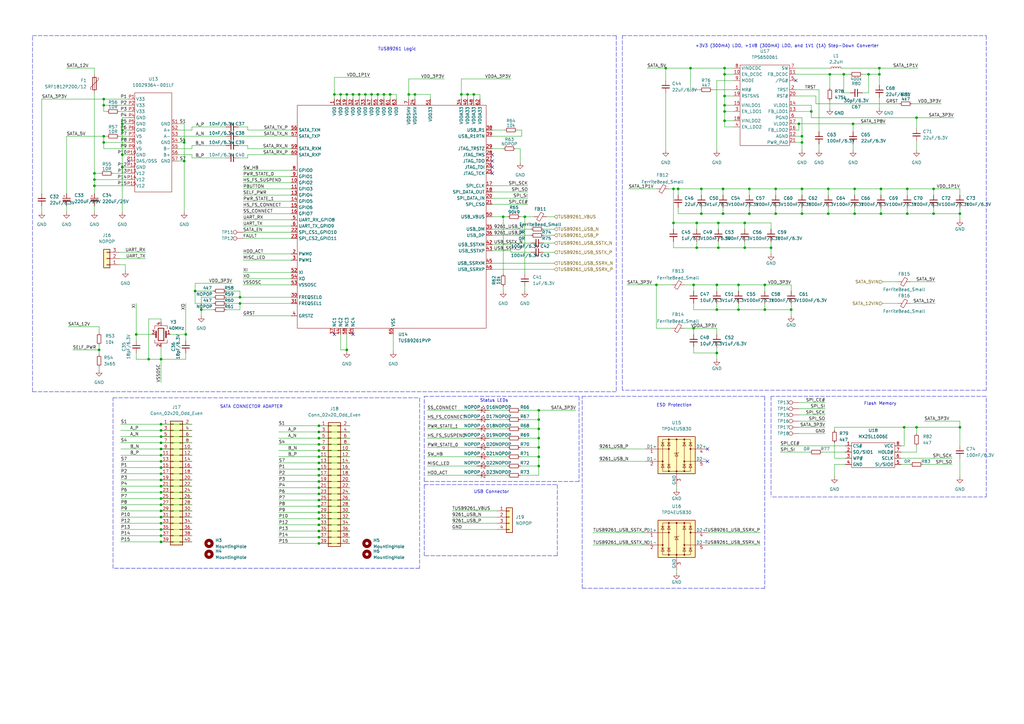
<source format=kicad_sch>
(kicad_sch (version 20211123) (generator eeschema)
  (paper "A3")
  (junction (at 360.68 27.94))
  (junction (at 328.93 58.42))
  (junction (at 273.05 27.94))
  (junction (at 302.895 127))
  (junction (at 285.75 91.44))
  (junction (at 382.905 77.47))
  (junction (at 316.23 101.6))
  (junction (at 66.04 181.61))
  (junction (at 66.04 189.23))
  (junction (at 130.81 215.265))
  (junction (at 297.18 39.37))
  (junction (at 375.92 48.26))
  (junction (at 66.04 217.17))
  (junction (at 294.005 144.78))
  (junction (at 361.315 77.47))
  (junction (at 42.545 43.18))
  (junction (at 340.36 30.48))
  (junction (at 296.545 87.63))
  (junction (at 142.24 38.735))
  (junction (at 375.92 175.26))
  (junction (at 305.435 91.44))
  (junction (at 66.04 196.85))
  (junction (at 284.48 116.84))
  (junction (at 313.69 116.84))
  (junction (at 130.81 212.725))
  (junction (at 160.02 38.735))
  (junction (at 50.165 68.58))
  (junction (at 356.235 30.48))
  (junction (at 66.04 201.93))
  (junction (at 278.13 77.47))
  (junction (at 284.48 134.62))
  (junction (at 294.005 116.84))
  (junction (at 75.565 58.42))
  (junction (at 130.81 177.165))
  (junction (at 38.735 73.66))
  (junction (at 194.31 38.735))
  (junction (at 167.64 38.735))
  (junction (at 328.93 55.88))
  (junction (at 130.81 187.325))
  (junction (at 82.55 127))
  (junction (at 360.68 30.48))
  (junction (at 130.81 207.645))
  (junction (at 130.81 179.705))
  (junction (at 328.93 77.47))
  (junction (at 55.88 137.16))
  (junction (at 294.64 91.44))
  (junction (at 50.165 50.8))
  (junction (at 297.18 30.48))
  (junction (at 98.425 121.92))
  (junction (at 350.52 77.47))
  (junction (at 66.04 147.32))
  (junction (at 130.81 222.885))
  (junction (at 130.81 192.405))
  (junction (at 318.135 87.63))
  (junction (at 382.905 87.63))
  (junction (at 50.165 53.34))
  (junction (at 130.81 217.805))
  (junction (at 130.81 182.245))
  (junction (at 370.84 175.26))
  (junction (at 206.375 88.9))
  (junction (at 220.98 191.135))
  (junction (at 287.655 77.47))
  (junction (at 307.34 87.63))
  (junction (at 287.655 87.63))
  (junction (at 191.77 38.735))
  (junction (at 38.735 76.2))
  (junction (at 144.78 38.735))
  (junction (at 346.075 30.48))
  (junction (at 40.64 143.51))
  (junction (at 152.4 38.735))
  (junction (at 130.81 197.485))
  (junction (at 42.545 58.42))
  (junction (at 361.315 87.63))
  (junction (at 66.04 176.53))
  (junction (at 130.81 202.565))
  (junction (at 297.18 45.72))
  (junction (at 328.93 87.63))
  (junction (at 66.04 204.47))
  (junction (at 66.04 212.09))
  (junction (at 130.81 200.025))
  (junction (at 220.98 175.895))
  (junction (at 147.32 38.735))
  (junction (at 137.16 38.735))
  (junction (at 220.98 179.705))
  (junction (at 349.885 50.8))
  (junction (at 38.735 71.12))
  (junction (at 142.24 143.51))
  (junction (at 75.565 66.04))
  (junction (at 42.545 55.88))
  (junction (at 66.04 191.77))
  (junction (at 296.545 77.47))
  (junction (at 170.18 38.735))
  (junction (at 372.11 87.63))
  (junction (at 324.485 127))
  (junction (at 276.225 77.47))
  (junction (at 393.7 175.26))
  (junction (at 154.94 38.735))
  (junction (at 66.04 207.01))
  (junction (at 130.81 220.345))
  (junction (at 313.69 127))
  (junction (at 130.81 189.865))
  (junction (at 294.005 127))
  (junction (at 297.18 43.18))
  (junction (at 220.98 187.325))
  (junction (at 130.81 174.625))
  (junction (at 339.725 87.63))
  (junction (at 220.98 168.275))
  (junction (at 350.52 87.63))
  (junction (at 139.7 38.735))
  (junction (at 66.04 219.71))
  (junction (at 98.425 124.46))
  (junction (at 149.86 38.735))
  (junction (at 76.2 137.16))
  (junction (at 66.04 186.69))
  (junction (at 50.165 63.5))
  (junction (at 60.96 147.32))
  (junction (at 393.7 87.63))
  (junction (at 302.895 116.84))
  (junction (at 66.04 222.25))
  (junction (at 294.64 101.6))
  (junction (at 66.04 199.39))
  (junction (at 157.48 38.735))
  (junction (at 130.81 184.785))
  (junction (at 269.24 116.84))
  (junction (at 332.74 45.72))
  (junction (at 130.81 210.185))
  (junction (at 285.75 101.6))
  (junction (at 66.04 184.15))
  (junction (at 283.21 27.94))
  (junction (at 276.225 91.44))
  (junction (at 189.23 38.735))
  (junction (at 66.04 214.63))
  (junction (at 80.01 119.38))
  (junction (at 305.435 101.6))
  (junction (at 215.265 88.9))
  (junction (at 42.545 40.64))
  (junction (at 372.11 77.47))
  (junction (at 66.04 194.31))
  (junction (at 130.81 205.105))
  (junction (at 318.135 77.47))
  (junction (at 307.34 77.47))
  (junction (at 66.04 173.99))
  (junction (at 339.725 77.47))
  (junction (at 66.04 209.55))
  (junction (at 327.66 50.8))
  (junction (at 220.98 183.515))
  (junction (at 297.18 49.53))
  (junction (at 66.04 179.07))
  (junction (at 297.18 27.94))
  (junction (at 130.81 194.945))
  (junction (at 220.98 172.085))
  (no_connect (at 290.195 184.15))
  (no_connect (at 290.195 189.23))
  (no_connect (at 326.39 33.02))
  (no_connect (at 137.16 137.16))
  (no_connect (at 144.78 137.16))
  (no_connect (at 201.93 63.5))
  (no_connect (at 201.93 66.04))
  (no_connect (at 201.93 71.12))
  (no_connect (at 201.93 68.58))
  (no_connect (at 52.705 66.04))
  (wire (pts (xy 49.53 209.55) (xy 66.04 209.55)))
  (wire (pts (xy 162.56 40.64) (xy 162.56 38.735)))
  (wire (pts (xy 160.02 38.735) (xy 162.56 38.735)))
  (wire (pts (xy 157.48 38.735) (xy 160.02 38.735)))
  (wire (pts (xy 142.24 38.735) (xy 139.7 38.735)))
  (wire (pts (xy 139.7 38.735) (xy 137.16 38.735)))
  (wire (pts (xy 144.78 38.735) (xy 142.24 38.735)))
  (wire (pts (xy 147.32 38.735) (xy 144.78 38.735)))
  (wire (pts (xy 149.86 38.735) (xy 147.32 38.735)))
  (wire (pts (xy 137.16 38.735) (xy 137.16 40.64)))
  (wire (pts (xy 152.4 38.735) (xy 149.86 38.735)))
  (wire (pts (xy 154.94 38.735) (xy 157.48 38.735)))
  (wire (pts (xy 152.4 38.735) (xy 154.94 38.735)))
  (wire (pts (xy 264.795 223.52) (xy 243.205 223.52)))
  (wire (pts (xy 114.3 220.345) (xy 130.81 220.345)))
  (wire (pts (xy 101.6 52.07) (xy 101.6 53.34)))
  (wire (pts (xy 42.545 58.42) (xy 52.705 58.42)))
  (wire (pts (xy 92.71 124.46) (xy 98.425 124.46)))
  (wire (pts (xy 98.425 124.46) (xy 98.425 127)))
  (wire (pts (xy 393.7 187.96) (xy 393.7 195.58)))
  (wire (pts (xy 114.3 217.805) (xy 130.81 217.805)))
  (wire (pts (xy 269.24 134.62) (xy 275.59 134.62)))
  (wire (pts (xy 49.53 191.77) (xy 66.04 191.77)))
  (wire (pts (xy 40.64 136.525) (xy 40.64 133.985)))
  (wire (pts (xy 40.64 133.985) (xy 27.94 133.985)))
  (wire (pts (xy 49.53 219.71) (xy 66.04 219.71)))
  (wire (pts (xy 55.88 144.78) (xy 55.88 147.32)))
  (wire (pts (xy 278.13 87.63) (xy 287.655 87.63)))
  (polyline (pts (xy 316.865 203.835) (xy 404.495 203.835)))
  (wire (pts (xy 92.71 59.69) (xy 78.74 59.69)))
  (wire (pts (xy 66.04 181.61) (xy 78.74 181.61)))
  (wire (pts (xy 285.75 99.06) (xy 285.75 101.6)))
  (wire (pts (xy 393.7 182.88) (xy 393.7 175.26)))
  (polyline (pts (xy 404.495 160.02) (xy 255.27 160.02)))
  (wire (pts (xy 80.01 116.205) (xy 95.25 116.205)))
  (wire (pts (xy 80.01 119.38) (xy 80.01 116.205)))
  (wire (pts (xy 220.98 175.895) (xy 220.98 179.705)))
  (wire (pts (xy 382.905 77.47) (xy 382.905 80.01)))
  (wire (pts (xy 342.265 187.96) (xy 342.265 181.61)))
  (wire (pts (xy 130.81 212.725) (xy 143.51 212.725)))
  (wire (pts (xy 142.24 38.735) (xy 142.24 40.64)))
  (wire (pts (xy 369.57 182.88) (xy 370.84 182.88)))
  (wire (pts (xy 66.04 156.845) (xy 66.04 147.32)))
  (wire (pts (xy 114.3 187.325) (xy 130.81 187.325)))
  (wire (pts (xy 41.275 71.12) (xy 38.735 71.12)))
  (wire (pts (xy 38.735 71.12) (xy 38.735 73.66)))
  (wire (pts (xy 200.66 172.085) (xy 208.28 172.085)))
  (wire (pts (xy 316.23 101.6) (xy 316.23 104.14)))
  (polyline (pts (xy 404.495 203.835) (xy 404.495 162.56)))
  (polyline (pts (xy 313.69 241.3) (xy 238.76 241.3)))
  (wire (pts (xy 360.68 40.005) (xy 360.68 44.45)))
  (wire (pts (xy 361.95 124.46) (xy 368.3 124.46)))
  (wire (pts (xy 220.98 191.135) (xy 220.98 194.945)))
  (wire (pts (xy 40.64 143.51) (xy 40.64 145.415)))
  (wire (pts (xy 40.64 141.605) (xy 40.64 143.51)))
  (wire (pts (xy 38.735 30.48) (xy 38.735 27.94)))
  (wire (pts (xy 114.3 177.165) (xy 130.81 177.165)))
  (wire (pts (xy 342.265 190.5) (xy 342.265 195.58)))
  (wire (pts (xy 185.42 212.09) (xy 203.835 212.09)))
  (wire (pts (xy 49.53 199.39) (xy 66.04 199.39)))
  (wire (pts (xy 307.34 77.47) (xy 307.34 80.01)))
  (wire (pts (xy 27.305 55.88) (xy 42.545 55.88)))
  (wire (pts (xy 49.53 222.25) (xy 66.04 222.25)))
  (wire (pts (xy 276.225 91.44) (xy 276.225 93.98)))
  (wire (pts (xy 175.26 168.275) (xy 195.58 168.275)))
  (wire (pts (xy 101.6 63.5) (xy 119.38 63.5)))
  (wire (pts (xy 201.93 93.98) (xy 217.805 93.98)))
  (wire (pts (xy 200.66 179.705) (xy 208.28 179.705)))
  (wire (pts (xy 284.48 134.62) (xy 294.005 134.62)))
  (wire (pts (xy 97.79 64.77) (xy 101.6 64.77)))
  (wire (pts (xy 82.55 127) (xy 82.55 129.54)))
  (wire (pts (xy 48.895 45.72) (xy 52.705 45.72)))
  (wire (pts (xy 73.025 66.04) (xy 75.565 66.04)))
  (wire (pts (xy 27.305 27.94) (xy 38.735 27.94)))
  (wire (pts (xy 114.3 200.025) (xy 130.81 200.025)))
  (wire (pts (xy 130.81 197.485) (xy 143.51 197.485)))
  (wire (pts (xy 327.66 50.8) (xy 326.39 50.8)))
  (wire (pts (xy 327.66 53.34) (xy 327.66 50.8)))
  (wire (pts (xy 326.39 53.34) (xy 327.66 53.34)))
  (wire (pts (xy 213.995 53.34) (xy 213.995 55.88)))
  (wire (pts (xy 212.09 53.34) (xy 213.995 53.34)))
  (wire (pts (xy 213.995 55.88) (xy 201.93 55.88)))
  (wire (pts (xy 346.71 190.5) (xy 342.265 190.5)))
  (wire (pts (xy 378.46 190.5) (xy 390.525 190.5)))
  (wire (pts (xy 302.895 116.84) (xy 302.895 119.38)))
  (wire (pts (xy 257.175 116.84) (xy 269.24 116.84)))
  (wire (pts (xy 185.42 209.55) (xy 203.835 209.55)))
  (wire (pts (xy 327.66 175.26) (xy 338.455 175.26)))
  (wire (pts (xy 48.895 55.88) (xy 52.705 55.88)))
  (wire (pts (xy 201.93 110.49) (xy 227.33 110.49)))
  (wire (pts (xy 278.13 77.47) (xy 287.655 77.47)))
  (wire (pts (xy 130.81 215.265) (xy 143.51 215.265)))
  (wire (pts (xy 206.375 117.475) (xy 206.375 119.38)))
  (wire (pts (xy 334.645 39.37) (xy 334.645 42.545)))
  (wire (pts (xy 334.645 42.545) (xy 368.935 42.545)))
  (wire (pts (xy 27.305 55.88) (xy 27.305 79.375)))
  (polyline (pts (xy 252.73 14.605) (xy 252.73 160.655)))
  (wire (pts (xy 92.71 121.92) (xy 98.425 121.92)))
  (wire (pts (xy 98.425 119.38) (xy 92.71 119.38)))
  (wire (pts (xy 98.425 119.38) (xy 98.425 121.92)))
  (wire (pts (xy 98.425 121.92) (xy 119.38 121.92)))
  (wire (pts (xy 264.795 189.23) (xy 245.745 189.23)))
  (wire (pts (xy 114.3 194.945) (xy 130.81 194.945)))
  (wire (pts (xy 38.735 76.2) (xy 52.705 76.2)))
  (wire (pts (xy 213.36 183.515) (xy 220.98 183.515)))
  (wire (pts (xy 175.26 179.705) (xy 195.58 179.705)))
  (wire (pts (xy 213.36 172.085) (xy 220.98 172.085)))
  (wire (pts (xy 50.165 63.5) (xy 50.165 68.58)))
  (wire (pts (xy 50.165 68.58) (xy 52.705 68.58)))
  (wire (pts (xy 52.705 48.26) (xy 50.165 48.26)))
  (wire (pts (xy 50.165 50.8) (xy 50.165 53.34)))
  (wire (pts (xy 50.165 48.26) (xy 50.165 50.8)))
  (wire (pts (xy 50.165 53.34) (xy 50.165 63.5)))
  (wire (pts (xy 318.135 77.47) (xy 318.135 80.01)))
  (wire (pts (xy 144.78 38.735) (xy 144.78 40.64)))
  (wire (pts (xy 220.98 187.325) (xy 220.98 191.135)))
  (wire (pts (xy 73.025 53.34) (xy 78.74 53.34)))
  (wire (pts (xy 119.38 72.39) (xy 99.695 72.39)))
  (wire (pts (xy 294.64 99.06) (xy 294.64 101.6)))
  (wire (pts (xy 49.53 196.85) (xy 66.04 196.85)))
  (wire (pts (xy 200.66 168.275) (xy 208.28 168.275)))
  (wire (pts (xy 350.52 85.09) (xy 350.52 87.63)))
  (wire (pts (xy 273.05 27.94) (xy 273.05 33.02)))
  (wire (pts (xy 119.38 85.09) (xy 99.695 85.09)))
  (wire (pts (xy 40.64 150.495) (xy 40.64 151.765)))
  (wire (pts (xy 372.11 77.47) (xy 372.11 80.01)))
  (wire (pts (xy 220.98 168.275) (xy 236.22 168.275)))
  (wire (pts (xy 273.05 38.1) (xy 273.05 61.595)))
  (wire (pts (xy 296.545 87.63) (xy 307.34 87.63)))
  (polyline (pts (xy 13.335 14.605) (xy 252.73 14.605)))
  (wire (pts (xy 114.3 215.265) (xy 130.81 215.265)))
  (wire (pts (xy 66.04 173.99) (xy 78.74 173.99)))
  (wire (pts (xy 340.36 41.275) (xy 340.36 44.45)))
  (wire (pts (xy 78.74 52.07) (xy 78.74 53.34)))
  (polyline (pts (xy 173.99 198.755) (xy 228.6 198.755)) (stroke (width 0) (type dash)))
  (wire (pts (xy 119.38 69.85) (xy 99.695 69.85)))
  (wire (pts (xy 101.6 59.69) (xy 101.6 60.96)))
  (wire (pts (xy 296.545 77.47) (xy 296.545 80.01)))
  (wire (pts (xy 213.36 187.325) (xy 220.98 187.325)))
  (wire (pts (xy 222.885 96.52) (xy 227.33 96.52)))
  (wire (pts (xy 137.16 38.735) (xy 137.16 31.75)))
  (wire (pts (xy 137.16 31.75) (xy 151.765 31.75)))
  (wire (pts (xy 287.655 77.47) (xy 296.545 77.47)))
  (wire (pts (xy 49.53 181.61) (xy 66.04 181.61)))
  (wire (pts (xy 55.88 137.16) (xy 55.88 139.7)))
  (wire (pts (xy 66.04 189.23) (xy 78.74 189.23)))
  (wire (pts (xy 49.53 201.93) (xy 66.04 201.93)))
  (polyline (pts (xy 173.99 227.965) (xy 173.99 198.755)) (stroke (width 0) (type dash)))
  (wire (pts (xy 297.18 39.37) (xy 300.99 39.37)))
  (wire (pts (xy 175.26 172.085) (xy 195.58 172.085)))
  (wire (pts (xy 280.67 134.62) (xy 284.48 134.62)))
  (wire (pts (xy 280.67 116.84) (xy 284.48 116.84)))
  (wire (pts (xy 119.38 92.71) (xy 99.695 92.71)))
  (wire (pts (xy 373.38 115.57) (xy 383.54 115.57)))
  (wire (pts (xy 38.735 76.2) (xy 38.735 79.375)))
  (wire (pts (xy 52.705 73.66) (xy 38.735 73.66)))
  (wire (pts (xy 38.735 73.66) (xy 38.735 76.2)))
  (wire (pts (xy 17.145 40.64) (xy 42.545 40.64)))
  (wire (pts (xy 42.545 43.18) (xy 42.545 45.72)))
  (wire (pts (xy 42.545 40.64) (xy 42.545 43.18)))
  (wire (pts (xy 43.815 45.72) (xy 42.545 45.72)))
  (wire (pts (xy 66.04 142.24) (xy 66.04 147.32)))
  (wire (pts (xy 175.26 194.945) (xy 195.58 194.945)))
  (wire (pts (xy 326.39 58.42) (xy 328.93 58.42)))
  (wire (pts (xy 328.93 58.42) (xy 328.93 61.595)))
  (wire (pts (xy 119.38 53.34) (xy 101.6 53.34)))
  (wire (pts (xy 167.64 38.735) (xy 167.64 40.64)))
  (wire (pts (xy 170.18 38.735) (xy 167.64 38.735)))
  (wire (pts (xy 176.53 38.735) (xy 170.18 38.735)))
  (wire (pts (xy 176.53 40.64) (xy 176.53 38.735)))
  (wire (pts (xy 287.655 77.47) (xy 287.655 80.01)))
  (wire (pts (xy 215.265 117.475) (xy 215.265 119.38)))
  (wire (pts (xy 97.79 59.69) (xy 101.6 59.69)))
  (wire (pts (xy 157.48 38.735) (xy 157.48 40.64)))
  (wire (pts (xy 114.3 174.625) (xy 130.81 174.625)))
  (polyline (pts (xy 237.49 197.485) (xy 173.99 197.485)))
  (wire (pts (xy 326.39 43.18) (xy 332.74 43.18)))
  (wire (pts (xy 326.39 45.72) (xy 332.74 45.72)))
  (wire (pts (xy 332.74 45.72) (xy 332.74 43.18)))
  (wire (pts (xy 327.66 165.1) (xy 338.455 165.1)))
  (wire (pts (xy 66.04 130.81) (xy 60.96 130.81)))
  (wire (pts (xy 92.71 52.07) (xy 78.74 52.07)))
  (wire (pts (xy 297.18 49.53) (xy 300.99 49.53)))
  (wire (pts (xy 294.64 101.6) (xy 305.435 101.6)))
  (wire (pts (xy 375.92 48.26) (xy 375.92 52.705)))
  (wire (pts (xy 340.36 30.48) (xy 340.36 36.195)))
  (wire (pts (xy 326.39 30.48) (xy 340.36 30.48)))
  (wire (pts (xy 318.135 87.63) (xy 318.135 85.09)))
  (wire (pts (xy 294.64 91.44) (xy 294.64 93.98)))
  (wire (pts (xy 326.39 55.88) (xy 328.93 55.88)))
  (wire (pts (xy 328.93 55.88) (xy 328.93 58.42)))
  (wire (pts (xy 369.57 190.5) (xy 373.38 190.5)))
  (polyline (pts (xy 172.085 233.045) (xy 46.355 233.045)))
  (wire (pts (xy 335.915 59.055) (xy 335.915 61.595)))
  (wire (pts (xy 189.23 40.64) (xy 189.23 38.735)))
  (wire (pts (xy 189.23 38.735) (xy 191.77 38.735)))
  (wire (pts (xy 196.85 38.735) (xy 196.85 40.64)))
  (wire (pts (xy 194.31 38.735) (xy 196.85 38.735)))
  (wire (pts (xy 191.77 38.735) (xy 194.31 38.735)))
  (wire (pts (xy 369.57 187.96) (xy 390.525 187.96)))
  (wire (pts (xy 99.695 116.84) (xy 119.38 116.84)))
  (wire (pts (xy 278.13 85.09) (xy 278.13 87.63)))
  (wire (pts (xy 49.53 207.01) (xy 66.04 207.01)))
  (wire (pts (xy 50.165 50.8) (xy 52.705 50.8)))
  (wire (pts (xy 294.005 144.78) (xy 294.005 147.32)))
  (wire (pts (xy 327.66 172.72) (xy 338.455 172.72)))
  (wire (pts (xy 175.26 175.895) (xy 195.58 175.895)))
  (wire (pts (xy 66.04 199.39) (xy 78.74 199.39)))
  (wire (pts (xy 201.93 107.95) (xy 227.33 107.95)))
  (wire (pts (xy 66.04 176.53) (xy 78.74 176.53)))
  (wire (pts (xy 29.845 143.51) (xy 40.64 143.51)))
  (wire (pts (xy 220.98 179.705) (xy 220.98 183.515)))
  (wire (pts (xy 50.165 53.34) (xy 52.705 53.34)))
  (wire (pts (xy 313.69 116.84) (xy 313.69 119.38)))
  (wire (pts (xy 217.805 103.505) (xy 209.55 103.505)))
  (wire (pts (xy 209.55 103.505) (xy 209.55 102.87)))
  (wire (pts (xy 209.55 102.87) (xy 201.93 102.87)))
  (wire (pts (xy 119.38 129.54) (xy 99.695 129.54)))
  (wire (pts (xy 130.81 179.705) (xy 143.51 179.705)))
  (polyline (pts (xy 46.355 233.045) (xy 46.355 163.195)))
  (wire (pts (xy 130.81 182.245) (xy 143.51 182.245)))
  (wire (pts (xy 328.93 77.47) (xy 339.725 77.47)))
  (wire (pts (xy 339.725 77.47) (xy 350.52 77.47)))
  (wire (pts (xy 318.135 77.47) (xy 328.93 77.47)))
  (wire (pts (xy 372.11 77.47) (xy 382.905 77.47)))
  (wire (pts (xy 382.905 77.47) (xy 393.7 77.47)))
  (wire (pts (xy 393.7 80.01) (xy 393.7 77.47)))
  (wire (pts (xy 361.315 77.47) (xy 372.11 77.47)))
  (wire (pts (xy 350.52 77.47) (xy 361.315 77.47)))
  (wire (pts (xy 17.145 79.375) (xy 17.145 40.64)))
  (wire (pts (xy 119.38 95.25) (xy 99.695 95.25)))
  (wire (pts (xy 97.79 55.88) (xy 119.38 55.88)))
  (wire (pts (xy 175.26 187.325) (xy 195.58 187.325)))
  (wire (pts (xy 114.3 202.565) (xy 130.81 202.565)))
  (wire (pts (xy 346.075 30.48) (xy 348.615 30.48)))
  (wire (pts (xy 340.36 30.48) (xy 346.075 30.48)))
  (wire (pts (xy 76.2 137.16) (xy 76.2 139.7)))
  (polyline (pts (xy 237.49 162.56) (xy 237.49 197.485)))
  (wire (pts (xy 49.53 214.63) (xy 66.04 214.63)))
  (wire (pts (xy 175.26 191.135) (xy 195.58 191.135)))
  (wire (pts (xy 139.7 38.735) (xy 139.7 40.64)))
  (wire (pts (xy 98.425 124.46) (xy 119.38 124.46)))
  (wire (pts (xy 382.905 85.09) (xy 382.905 87.63)))
  (wire (pts (xy 66.04 196.85) (xy 78.74 196.85)))
  (wire (pts (xy 305.435 101.6) (xy 316.23 101.6)))
  (wire (pts (xy 294.005 33.02) (xy 294.005 61.595)))
  (wire (pts (xy 300.99 33.02) (xy 294.005 33.02)))
  (wire (pts (xy 119.38 82.55) (xy 99.695 82.55)))
  (wire (pts (xy 48.895 103.505) (xy 59.69 103.505)))
  (wire (pts (xy 361.315 85.09) (xy 361.315 87.63)))
  (wire (pts (xy 167.64 38.735) (xy 167.64 32.385)))
  (wire (pts (xy 167.64 32.385) (xy 182.245 32.385)))
  (wire (pts (xy 130.81 184.785) (xy 143.51 184.785)))
  (wire (pts (xy 149.86 38.735) (xy 149.86 40.64)))
  (wire (pts (xy 337.185 185.42) (xy 346.71 185.42)))
  (wire (pts (xy 213.36 191.135) (xy 220.98 191.135)))
  (wire (pts (xy 38.735 38.1) (xy 38.735 71.12)))
  (wire (pts (xy 327.66 50.8) (xy 349.885 50.8)))
  (wire (pts (xy 349.885 50.8) (xy 349.885 53.975)))
  (wire (pts (xy 119.38 80.01) (xy 99.695 80.01)))
  (wire (pts (xy 191.77 38.735) (xy 191.77 40.64)))
  (wire (pts (xy 49.53 204.47) (xy 66.04 204.47)))
  (wire (pts (xy 50.165 63.5) (xy 52.705 63.5)))
  (wire (pts (xy 66.04 204.47) (xy 78.74 204.47)))
  (wire (pts (xy 243.205 218.44) (xy 264.795 218.44)))
  (wire (pts (xy 326.39 36.83) (xy 335.915 36.83)))
  (wire (pts (xy 335.915 36.83) (xy 335.915 53.975)))
  (wire (pts (xy 201.93 83.82) (xy 216.535 83.82)))
  (wire (pts (xy 48.895 106.045) (xy 59.69 106.045)))
  (wire (pts (xy 66.04 207.01) (xy 78.74 207.01)))
  (wire (pts (xy 328.93 85.09) (xy 328.93 87.63)))
  (wire (pts (xy 300.99 30.48) (xy 297.18 30.48)))
  (wire (pts (xy 297.18 27.94) (xy 297.18 30.48)))
  (wire (pts (xy 201.93 76.2) (xy 216.535 76.2)))
  (wire (pts (xy 224.155 88.9) (xy 227.33 88.9)))
  (wire (pts (xy 49.53 212.09) (xy 66.04 212.09)))
  (wire (pts (xy 114.3 192.405) (xy 130.81 192.405)))
  (wire (pts (xy 257.81 77.47) (xy 269.24 77.47)))
  (wire (pts (xy 76.2 124.46) (xy 76.2 137.16)))
  (polyline (pts (xy 46.355 163.195) (xy 172.085 163.195)))
  (wire (pts (xy 296.545 85.09) (xy 296.545 87.63)))
  (polyline (pts (xy 313.69 162.56) (xy 313.69 241.3)))
  (wire (pts (xy 114.3 179.705) (xy 130.81 179.705)))
  (wire (pts (xy 276.225 99.06) (xy 276.225 101.6)))
  (wire (pts (xy 130.81 207.645) (xy 143.51 207.645)))
  (wire (pts (xy 119.38 60.96) (xy 101.6 60.96)))
  (wire (pts (xy 342.265 175.26) (xy 370.84 175.26)))
  (wire (pts (xy 274.32 77.47) (xy 276.225 77.47)))
  (wire (pts (xy 276.225 91.44) (xy 285.75 91.44)))
  (wire (pts (xy 92.71 64.77) (xy 78.74 64.77)))
  (polyline (pts (xy 172.085 163.195) (xy 172.085 233.045)))
  (wire (pts (xy 114.3 205.105) (xy 130.81 205.105)))
  (wire (pts (xy 294.005 134.62) (xy 294.005 137.16)))
  (wire (pts (xy 78.74 59.69) (xy 78.74 60.96)))
  (wire (pts (xy 361.315 77.47) (xy 361.315 80.01)))
  (wire (pts (xy 283.21 27.94) (xy 297.18 27.94)))
  (wire (pts (xy 206.375 88.9) (xy 206.375 112.395)))
  (wire (pts (xy 99.695 114.3) (xy 119.38 114.3)))
  (wire (pts (xy 313.69 124.46) (xy 313.69 127)))
  (wire (pts (xy 320.04 182.88) (xy 346.71 182.88)))
  (wire (pts (xy 200.66 183.515) (xy 208.28 183.515)))
  (wire (pts (xy 350.52 77.47) (xy 350.52 80.01)))
  (wire (pts (xy 139.7 137.16) (xy 139.7 143.51)))
  (wire (pts (xy 139.7 143.51) (xy 142.24 143.51)))
  (wire (pts (xy 342.265 176.53) (xy 342.265 175.26)))
  (wire (pts (xy 305.435 91.44) (xy 305.435 93.98)))
  (wire (pts (xy 119.38 97.79) (xy 99.695 97.79)))
  (wire (pts (xy 269.24 116.84) (xy 275.59 116.84)))
  (wire (pts (xy 276.225 101.6) (xy 285.75 101.6)))
  (wire (pts (xy 215.265 88.9) (xy 215.265 112.395)))
  (wire (pts (xy 114.3 212.725) (xy 130.81 212.725)))
  (wire (pts (xy 42.545 40.64) (xy 52.705 40.64)))
  (wire (pts (xy 369.57 185.42) (xy 375.92 185.42)))
  (wire (pts (xy 154.94 40.64) (xy 154.94 38.735)))
  (polyline (pts (xy 404.495 162.56) (xy 316.23 162.56)))
  (wire (pts (xy 55.88 124.46) (xy 55.88 137.16)))
  (wire (pts (xy 66.04 184.15) (xy 78.74 184.15)))
  (wire (pts (xy 287.02 36.83) (xy 283.21 36.83)))
  (wire (pts (xy 326.39 27.94) (xy 340.36 27.94)))
  (wire (pts (xy 353.695 38.1) (xy 356.235 38.1)))
  (wire (pts (xy 356.235 30.48) (xy 356.235 38.1)))
  (wire (pts (xy 152.4 38.735) (xy 152.4 40.64)))
  (wire (pts (xy 374.015 42.545) (xy 386.08 42.545)))
  (wire (pts (xy 300.99 27.94) (xy 297.18 27.94)))
  (wire (pts (xy 114.3 207.645) (xy 130.81 207.645)))
  (wire (pts (xy 185.42 214.63) (xy 203.835 214.63)))
  (wire (pts (xy 119.38 87.63) (xy 99.695 87.63)))
  (wire (pts (xy 373.38 124.46) (xy 383.54 124.46)))
  (wire (pts (xy 114.3 210.185) (xy 130.81 210.185)))
  (wire (pts (xy 316.23 91.44) (xy 316.23 93.98)))
  (wire (pts (xy 393.7 172.72) (xy 393.7 175.26)))
  (wire (pts (xy 46.355 71.12) (xy 52.705 71.12)))
  (wire (pts (xy 375.92 57.785) (xy 375.92 61.595)))
  (polyline (pts (xy 238.76 162.56) (xy 313.69 162.56)))
  (wire (pts (xy 27.305 84.455) (xy 27.305 86.995)))
  (wire (pts (xy 130.81 217.805) (xy 143.51 217.805)))
  (wire (pts (xy 194.31 38.735) (xy 194.31 40.64)))
  (wire (pts (xy 297.18 52.07) (xy 300.99 52.07)))
  (wire (pts (xy 220.98 183.515) (xy 220.98 187.325)))
  (wire (pts (xy 372.11 85.09) (xy 372.11 87.63)))
  (wire (pts (xy 294.64 91.44) (xy 305.435 91.44)))
  (wire (pts (xy 285.75 91.44) (xy 294.64 91.44)))
  (wire (pts (xy 147.32 38.735) (xy 147.32 40.64)))
  (wire (pts (xy 213.36 179.705) (xy 220.98 179.705)))
  (wire (pts (xy 130.81 210.185) (xy 143.51 210.185)))
  (wire (pts (xy 297.18 43.18) (xy 300.99 43.18)))
  (wire (pts (xy 339.725 77.47) (xy 339.725 80.01)))
  (polyline (pts (xy 252.73 160.655) (xy 13.335 160.655)))
  (wire (pts (xy 130.81 194.945) (xy 143.51 194.945)))
  (wire (pts (xy 99.695 111.76) (xy 119.38 111.76)))
  (wire (pts (xy 87.63 124.46) (xy 80.01 124.46)))
  (wire (pts (xy 80.01 119.38) (xy 87.63 119.38)))
  (wire (pts (xy 80.01 124.46) (xy 80.01 119.38)))
  (wire (pts (xy 130.81 220.345) (xy 143.51 220.345)))
  (polyline (pts (xy 173.99 197.485) (xy 173.99 162.56)))
  (wire (pts (xy 114.3 189.865) (xy 130.81 189.865)))
  (wire (pts (xy 320.04 185.42) (xy 332.105 185.42)))
  (wire (pts (xy 73.025 50.8) (xy 75.565 50.8)))
  (wire (pts (xy 75.565 50.8) (xy 75.565 58.42)))
  (wire (pts (xy 75.565 58.42) (xy 75.565 66.04)))
  (wire (pts (xy 75.565 66.04) (xy 75.565 86.995)))
  (wire (pts (xy 200.66 175.895) (xy 208.28 175.895)))
  (wire (pts (xy 305.435 91.44) (xy 316.23 91.44)))
  (wire (pts (xy 161.29 137.16) (xy 161.29 144.145)))
  (wire (pts (xy 209.55 99.695) (xy 217.805 99.695)))
  (wire (pts (xy 209.55 100.33) (xy 209.55 99.695)))
  (wire (pts (xy 201.93 100.33) (xy 209.55 100.33)))
  (wire (pts (xy 287.655 87.63) (xy 296.545 87.63)))
  (wire (pts (xy 327.66 177.8) (xy 338.455 177.8)))
  (wire (pts (xy 66.04 212.09) (xy 78.74 212.09)))
  (polyline (pts (xy 404.495 14.605) (xy 404.495 160.02)))
  (wire (pts (xy 69.85 137.16) (xy 76.2 137.16)))
  (wire (pts (xy 185.42 217.17) (xy 203.835 217.17)))
  (wire (pts (xy 78.74 63.5) (xy 78.74 64.77)))
  (wire (pts (xy 311.785 218.44) (xy 290.195 218.44)))
  (wire (pts (xy 307.34 77.47) (xy 318.135 77.47)))
  (wire (pts (xy 60.96 147.32) (xy 66.04 147.32)))
  (polyline (pts (xy 228.6 198.755) (xy 228.6 227.965)) (stroke (width 0) (type dash)))
  (wire (pts (xy 160.02 38.735) (xy 160.02 40.64)))
  (wire (pts (xy 175.26 183.515) (xy 195.58 183.515)))
  (wire (pts (xy 370.84 182.88) (xy 370.84 175.26)))
  (wire (pts (xy 114.3 184.785) (xy 130.81 184.785)))
  (wire (pts (xy 101.6 64.77) (xy 101.6 63.5)))
  (wire (pts (xy 285.75 91.44) (xy 285.75 93.98)))
  (wire (pts (xy 17.145 84.455) (xy 17.145 86.995)))
  (wire (pts (xy 130.81 177.165) (xy 143.51 177.165)))
  (wire (pts (xy 66.04 214.63) (xy 78.74 214.63)))
  (wire (pts (xy 49.53 176.53) (xy 66.04 176.53)))
  (wire (pts (xy 200.66 191.135) (xy 208.28 191.135)))
  (wire (pts (xy 201.93 60.96) (xy 206.375 60.96)))
  (wire (pts (xy 277.495 199.39) (xy 277.495 200.66)))
  (wire (pts (xy 326.39 39.37) (xy 334.645 39.37)))
  (wire (pts (xy 200.66 194.945) (xy 208.28 194.945)))
  (wire (pts (xy 66.04 217.17) (xy 78.74 217.17)))
  (wire (pts (xy 213.36 88.9) (xy 215.265 88.9)))
  (wire (pts (xy 66.04 147.32) (xy 76.2 147.32)))
  (wire (pts (xy 346.075 30.48) (xy 346.075 38.1)))
  (wire (pts (xy 348.615 38.1) (xy 346.075 38.1)))
  (wire (pts (xy 119.38 90.17) (xy 99.695 90.17)))
  (wire (pts (xy 307.34 87.63) (xy 318.135 87.63)))
  (wire (pts (xy 130.81 205.105) (xy 143.51 205.105)))
  (wire (pts (xy 82.55 121.92) (xy 82.55 127)))
  (wire (pts (xy 82.55 127) (xy 87.63 127)))
  (wire (pts (xy 87.63 121.92) (xy 82.55 121.92)))
  (wire (pts (xy 130.81 200.025) (xy 143.51 200.025)))
  (wire (pts (xy 346.71 187.96) (xy 342.265 187.96)))
  (wire (pts (xy 277.495 233.68) (xy 277.495 234.95)))
  (wire (pts (xy 55.88 147.32) (xy 60.96 147.32)))
  (wire (pts (xy 76.2 144.78) (xy 76.2 147.32)))
  (wire (pts (xy 284.48 116.84) (xy 284.48 119.38)))
  (wire (pts (xy 49.53 189.23) (xy 66.04 189.23)))
  (wire (pts (xy 49.53 194.31) (xy 66.04 194.31)))
  (polyline (pts (xy 255.27 14.605) (xy 404.495 14.605)))
  (wire (pts (xy 220.98 168.275) (xy 220.98 172.085)))
  (wire (pts (xy 375.92 175.26) (xy 393.7 175.26)))
  (wire (pts (xy 92.71 127) (xy 98.425 127)))
  (polyline (pts (xy 255.27 160.02) (xy 255.27 14.605)))
  (wire (pts (xy 302.895 124.46) (xy 302.895 127)))
  (wire (pts (xy 276.225 77.47) (xy 276.225 91.44)))
  (wire (pts (xy 206.375 88.9) (xy 208.28 88.9)))
  (wire (pts (xy 379.095 172.72) (xy 393.7 172.72)))
  (wire (pts (xy 66.04 219.71) (xy 78.74 219.71)))
  (wire (pts (xy 302.895 116.84) (xy 313.69 116.84)))
  (wire (pts (xy 294.005 116.84) (xy 302.895 116.84)))
  (wire (pts (xy 313.69 116.84) (xy 324.485 116.84)))
  (wire (pts (xy 324.485 116.84) (xy 324.485 119.38)))
  (wire (pts (xy 284.48 116.84) (xy 294.005 116.84)))
  (wire (pts (xy 297.18 30.48) (xy 297.18 39.37)))
  (wire (pts (xy 297.18 43.18) (xy 297.18 39.37)))
  (wire (pts (xy 297.18 49.53) (xy 297.18 45.72)))
  (wire (pts (xy 297.18 45.72) (xy 297.18 43.18)))
  (wire (pts (xy 297.18 52.07) (xy 297.18 49.53)))
  (wire (pts (xy 66.04 191.77) (xy 78.74 191.77)))
  (wire (pts (xy 353.695 30.48) (xy 356.235 30.48)))
  (wire (pts (xy 294.005 116.84) (xy 294.005 119.38)))
  (wire (pts (xy 222.885 99.695) (xy 227.33 99.695)))
  (wire (pts (xy 285.75 101.6) (xy 294.64 101.6)))
  (wire (pts (xy 114.3 197.485) (xy 130.81 197.485)))
  (wire (pts (xy 170.18 38.735) (xy 170.18 40.64)))
  (wire (pts (xy 328.93 80.01) (xy 328.93 77.47)))
  (wire (pts (xy 327.66 170.18) (xy 338.455 170.18)))
  (wire (pts (xy 49.53 186.69) (xy 66.04 186.69)))
  (wire (pts (xy 393.7 87.63) (xy 393.7 90.17)))
  (wire (pts (xy 42.545 58.42) (xy 42.545 60.96)))
  (wire (pts (xy 43.815 55.88) (xy 42.545 55.88)))
  (wire (pts (xy 42.545 60.96) (xy 52.705 60.96)))
  (wire (pts (xy 42.545 55.88) (xy 42.545 58.42)))
  (wire (pts (xy 66.04 186.69) (xy 78.74 186.69)))
  (wire (pts (xy 189.23 32.385) (xy 209.55 32.385)))
  (wire (pts (xy 189.23 38.735) (xy 189.23 32.385)))
  (polyline (pts (xy 228.6 227.965) (xy 173.99 227.965)) (stroke (width 0) (type dash)))
  (wire (pts (xy 361.95 115.57) (xy 368.3 115.57)))
  (wire (pts (xy 97.79 52.07) (xy 101.6 52.07)))
  (wire (pts (xy 284.48 142.24) (xy 284.48 144.78)))
  (wire (pts (xy 119.38 104.14) (xy 99.695 104.14)))
  (wire (pts (xy 283.21 36.83) (xy 283.21 27.94)))
  (wire (pts (xy 66.04 222.25) (xy 78.74 222.25)))
  (wire (pts (xy 119.38 74.93) (xy 99.695 74.93)))
  (wire (pts (xy 327.66 167.64) (xy 338.455 167.64)))
  (wire (pts (xy 200.66 187.325) (xy 208.28 187.325)))
  (wire (pts (xy 375.92 185.42) (xy 375.92 182.88)))
  (wire (pts (xy 114.3 182.245) (xy 130.81 182.245)))
  (wire (pts (xy 328.93 48.26) (xy 328.93 55.88)))
  (wire (pts (xy 326.39 48.26) (xy 328.93 48.26)))
  (wire (pts (xy 215.265 88.9) (xy 219.075 88.9)))
  (wire (pts (xy 284.48 134.62) (xy 284.48 137.16)))
  (wire (pts (xy 287.655 85.09) (xy 287.655 87.63)))
  (wire (pts (xy 49.53 179.07) (xy 66.04 179.07)))
  (wire (pts (xy 332.74 48.26) (xy 375.92 48.26)))
  (wire (pts (xy 375.92 48.26) (xy 391.16 48.26)))
  (wire (pts (xy 332.74 45.72) (xy 332.74 48.26)))
  (wire (pts (xy 339.725 87.63) (xy 328.93 87.63)))
  (wire (pts (xy 328.93 87.63) (xy 318.135 87.63)))
  (wire (pts (xy 350.52 87.63) (xy 339.725 87.63)))
  (wire (pts (xy 382.905 87.63) (xy 372.11 87.63)))
  (wire (pts (xy 372.11 87.63) (xy 361.315 87.63)))
  (wire (pts (xy 393.7 87.63) (xy 382.905 87.63)))
  (wire (pts (xy 393.7 85.09) (xy 393.7 87.63)))
  (wire (pts (xy 361.315 87.63) (xy 350.52 87.63)))
  (wire (pts (xy 50.165 68.58) (xy 50.165 86.995)))
  (wire (pts (xy 130.81 187.325) (xy 143.51 187.325)))
  (wire (pts (xy 66.04 179.07) (xy 78.74 179.07)))
  (wire (pts (xy 130.81 202.565) (xy 143.51 202.565)))
  (wire (pts (xy 49.53 217.17) (xy 66.04 217.17)))
  (wire (pts (xy 66.04 201.93) (xy 78.74 201.93)))
  (wire (pts (xy 49.53 173.99) (xy 66.04 173.99)))
  (wire (pts (xy 345.44 27.94) (xy 360.68 27.94)))
  (wire (pts (xy 360.68 27.94) (xy 360.68 30.48)))
  (wire (pts (xy 278.13 77.47) (xy 278.13 80.01)))
  (wire (pts (xy 294.005 124.46) (xy 294.005 127)))
  (wire (pts (xy 302.895 127) (xy 313.69 127)))
  (wire (pts (xy 294.005 127) (xy 302.895 127)))
  (wire (pts (xy 324.485 127) (xy 324.485 124.46)))
  (wire (pts (xy 313.69 127) (xy 324.485 127)))
  (wire (pts (xy 284.48 127) (xy 294.005 127)))
  (wire (pts (xy 284.48 124.46) (xy 284.48 127)))
  (wire (pts (xy 73.025 60.96) (xy 78.74 60.96)))
  (wire (pts (xy 130.81 189.865) (xy 143.51 189.865)))
  (wire (pts (xy 114.3 222.885) (xy 130.81 222.885)))
  (wire (pts (xy 52.705 43.18) (xy 42.545 43.18)))
  (polyline (pts (xy 13.335 160.655) (xy 13.335 14.605)))
  (wire (pts (xy 294.005 142.24) (xy 294.005 144.78)))
  (wire (pts (xy 60.96 130.81) (xy 60.96 147.32)))
  (wire (pts (xy 73.025 63.5) (xy 78.74 63.5)))
  (wire (pts (xy 220.98 172.085) (xy 220.98 175.895)))
  (wire (pts (xy 316.23 101.6) (xy 316.23 99.06)))
  (wire (pts (xy 66.04 209.55) (xy 78.74 209.55)))
  (wire (pts (xy 55.88 137.16) (xy 62.23 137.16)))
  (wire (pts (xy 213.36 175.895) (xy 220.98 175.895)))
  (wire (pts (xy 201.93 81.28) (xy 216.535 81.28)))
  (wire (pts (xy 66.04 194.31) (xy 78.74 194.31)))
  (polyline (pts (xy 238.76 241.3) (xy 238.76 162.56)))
  (wire (pts (xy 130.81 174.625) (xy 143.51 174.625)))
  (polyline (pts (xy 173.99 162.56) (xy 237.49 162.56)))
  (wire (pts (xy 360.68 27.94) (xy 376.555 27.94)))
  (wire (pts (xy 222.885 93.98) (xy 227.33 93.98)))
  (wire (pts (xy 213.36 60.96) (xy 211.455 60.96)))
  (wire (pts (xy 213.36 66.675) (xy 213.36 60.96)))
  (wire (pts (xy 307.34 85.09) (xy 307.34 87.63)))
  (wire (pts (xy 360.68 30.48) (xy 356.235 30.48)))
  (wire (pts (xy 360.68 34.925) (xy 360.68 30.48)))
  (wire (pts (xy 276.225 77.47) (xy 278.13 77.47)))
  (wire (pts (xy 290.195 223.52) (xy 311.785 223.52)))
  (wire (pts (xy 222.885 103.505) (xy 227.33 103.505)))
  (wire (pts (xy 119.38 106.68) (xy 99.695 106.68)))
  (wire (pts (xy 284.48 144.78) (xy 294.005 144.78)))
  (wire (pts (xy 296.545 77.47) (xy 307.34 77.47)))
  (wire (pts (xy 119.38 77.47) (xy 99.695 77.47)))
  (wire (pts (xy 339.725 85.09) (xy 339.725 87.63)))
  (wire (pts (xy 201.93 96.52) (xy 217.805 96.52)))
  (wire (pts (xy 324.485 127) (xy 324.485 129.54)))
  (wire (pts (xy 201.93 88.9) (xy 206.375 88.9)))
  (wire (pts (xy 297.18 45.72) (xy 300.99 45.72)))
  (wire (pts (xy 201.93 78.74) (xy 216.535 78.74)))
  (wire (pts (xy 66.04 132.08) (xy 66.04 130.81)))
  (wire (pts (xy 213.36 194.945) (xy 220.98 194.945)))
  (wire (pts (xy 38.735 84.455) (xy 38.735 86.995)))
  (wire (pts (xy 370.84 175.26) (xy 375.92 175.26)))
  (wire (pts (xy 51.435 111.125) (xy 51.435 108.585)))
  (wire (pts (xy 51.435 108.585) (xy 48.895 108.585)))
  (wire (pts (xy 142.24 137.16) (xy 142.24 143.51)))
  (wire (pts (xy 142.24 143.51) (xy 142.24 144.145)))
  (wire (pts (xy 375.92 175.26) (xy 375.92 177.8)))
  (wire (pts (xy 245.745 184.15) (xy 264.795 184.15)))
  (wire (pts (xy 130.81 192.405) (xy 143.51 192.405)))
  (wire (pts (xy 305.435 99.06) (xy 305.435 101.6)))
  (wire (pts (xy 130.81 222.885) (xy 143.51 222.885)))
  (wire (pts (xy 73.025 55.88) (xy 92.71 55.88)))
  (wire (pts (xy 292.1 36.83) (xy 300.99 36.83)))
  (wire (pts (xy 269.24 134.62) (xy 269.24 116.84)))
  (polyline (pts (xy 316.23 162.56) (xy 316.23 203.835)))
  (wire (pts (xy 73.025 58.42) (xy 75.565 58.42)))
  (wire (pts (xy 49.53 184.15) (xy 66.04 184.15)))
  (wire (pts (xy 349.885 50.8) (xy 363.22 50.8)))
  (wire (pts (xy 201.93 53.34) (xy 207.01 53.34)))
  (wire (pts (xy 273.05 27.94) (xy 283.21 27.94)))
  (wire (pts (xy 265.43 27.94) (xy 273.05 27.94)))
  (wire (pts (xy 213.36 168.275) (xy 220.98 168.275)))
  (wire (pts (xy 349.885 59.055) (xy 349.885 61.595)))
  (text "Flash Memory" (at 354.33 166.37 0) (effects (font (size 1.27 1.27)) (justify left bottom)))
  (text "SATA CONNECTOR ADAPTER" (at 90.17 167.64 0) (effects (font (size 1.27 1.27)) (justify left bottom)))
  (text "+3V3 (300mA) LDO, +1V8 (300mA) LDO, and 1V1 (1A) Step-Down Converter" (at 285.115 19.685 0) (effects (font (size 1.27 1.27)) (justify left bottom)))
  (text "TUSB9261 Logic" (at 154.94 20.955 0) (effects (font (size 1.27 1.27)) (justify left bottom)))
  (text "USB Connector" (at 194.31 202.565 0) (effects (font (size 1.27 1.27)) (justify left bottom)))
  (text "Status LEDs" (at 196.85 165.1 0) (effects (font (size 1.27 1.27)) (justify left bottom)))
  (text "ESD Protection" (at 269.24 167.005 0) (effects (font (size 1.27 1.27)) (justify left bottom)))
  (label "UART_RX" (at 59.69 103.505 180))
  (label "S4" (at 73.66 58.42 0))
  (label "P2" (at 49.53 194.31 0))
  (label "P6" (at 114.3 202.565 0))
  (label "A_P" (at 118.11 177.165 0))
  (label "VDD_1P1V" (at 151.765 31.75 180))
  (label "SPI_SI" (at 216.535 81.28 180))
  (label "SELF_PWR" (at 29.845 143.51 0))
  (label "SPI_SO" (at 216.535 78.74 180))
  (label "VSSOSC" (at 66.04 156.845 90))
  (label "HS_FS_CONNECT" (at 175.26 172.085 0))
  (label "B_N" (at 118.11 184.785 0))
  (label "UART_TX" (at 99.695 92.71 0))
  (label "SATA_3P3V" (at 338.455 175.26 180))
  (label "9261_USB_P" (at 202.565 96.52 0))
  (label "VSSOSC" (at 99.695 116.84 0))
  (label "P3" (at 52.07 45.72 180))
  (label "P13" (at 49.53 217.17 0))
  (label "SPI_CE#" (at 216.535 83.82 180))
  (label "P15" (at 114.3 222.885 0))
  (label "HDD_ACT" (at 175.26 194.945 0))
  (label "GND" (at 185.42 217.17 0))
  (label "XI" (at 99.695 111.76 0))
  (label "S4" (at 114.3 182.245 0))
  (label "P1" (at 52.07 40.64 180))
  (label "P8" (at 52.07 58.42 180))
  (label "9261_USB_N" (at 185.42 212.09 0))
  (label "P5" (at 52.07 50.8 180))
  (label "SATA_5V" (at 383.54 115.57 180))
  (label "VDD_3P3V" (at 386.08 42.545 180))
  (label "P7" (at 52.0646 55.88 180))
  (label "S7" (at 73.66 66.04 0))
  (label "SATA_1P1V" (at 376.555 27.94 180))
  (label "SW_HB" (at 99.695 69.85 0))
  (label "SPI_SI" (at 320.04 185.42 0))
  (label "TUSB9261_USB_SSRX_P" (at 311.785 218.44 180))
  (label "SATA_3P3V" (at 236.22 168.275 180))
  (label "A_N" (at 118.11 179.705 0))
  (label "SATA_5V" (at 265.43 27.94 0))
  (label "MISC_LED" (at 175.26 191.135 0))
  (label "A_N" (at 53.34 179.07 0))
  (label "S4" (at 49.53 181.61 0))
  (label "TUSB9261_VBUS" (at 185.42 209.55 0))
  (label "P4" (at 52.07 48.26 180))
  (label "P15" (at 52.07 76.2 180))
  (label "B_P" (at 83.82 64.77 180))
  (label "SATA_1P1V" (at 257.81 77.47 0))
  (label "P2" (at 52.07 43.18 180))
  (label "P12" (at 49.53 214.63 0))
  (label "P6" (at 49.53 201.93 0))
  (label "P13" (at 52.1203 71.12 180))
  (label "SATA_3P3V" (at 257.175 116.84 0))
  (label "PWR_STATE_0" (at 175.26 183.515 0))
  (label "SPI_SO" (at 338.455 172.72 180))
  (label "HDD_ACT" (at 99.695 104.14 0))
  (label "HS_FS_SUSPEND" (at 99.695 74.93 0))
  (label "SATA_TX_N" (at 118.11 55.88 180))
  (label "SS_CONNECT" (at 175.26 168.275 0))
  (label "P4" (at 114.3 200.025 0))
  (label "P9" (at 49.53 209.55 0))
  (label "SATA_TX_P" (at 118.11 53.34 180))
  (label "GRST" (at 99.695 129.54 0))
  (label "SATA_5V" (at 27.305 55.88 0))
  (label "P12" (at 52.07 68.58 180))
  (label "PWR_STATE_1" (at 175.26 175.895 0))
  (label "SPI_CE#" (at 338.455 165.1 180))
  (label "P10" (at 114.3 212.725 0))
  (label "SATA_3P3V" (at 391.16 48.26 180))
  (label "SPI_SO" (at 390.525 190.5 180))
  (label "XO" (at 99.695 114.3 0))
  (label "GND" (at 338.455 177.8 180))
  (label "B_P" (at 53.34 186.69 0))
  (label "XO" (at 76.2 124.46 270))
  (label "S1" (at 49.53 173.99 0))
  (label "A_N" (at 83.82 55.88 180))
  (label "FAULT" (at 99.695 97.79 0))
  (label "GRST" (at 368.3 42.545 180))
  (label "P8" (at 114.3 207.645 0))
  (label "VDD_3P3V" (at 324.485 116.84 180))
  (label "S7" (at 114.3 189.865 0))
  (label "S7" (at 49.53 189.23 0))
  (label "SPI_SCK" (at 338.455 170.18 180))
  (label "SPI_CE#" (at 320.04 182.88 0))
  (label "SATA_RX_P" (at 118.11 63.5 180))
  (label "PWR_STATE_0" (at 99.695 72.39 0))
  (label "VDDA_3P3V" (at 294.005 134.62 180))
  (label "USB_SSTX_P" (at 202.565 102.87 0))
  (label "SATA_3P3V" (at 379.095 172.72 0))
  (label "TRST" (at 334.645 36.83 180))
  (label "P15" (at 49.53 222.25 0))
  (label "9261_USB_N" (at 202.565 93.98 0))
  (label "B_N" (at 83.82 59.69 180))
  (label "P3" (at 114.3 197.485 0))
  (label "P14" (at 49.53 219.71 0))
  (label "SATA_EN" (at 99.695 95.25 0))
  (label "XI" (at 55.88 124.46 270))
  (label "P13" (at 114.3 217.805 0))
  (label "9261_USB_P" (at 185.42 214.63 0))
  (label "TUSB9261_USB_SSTX_N" (at 243.205 223.52 0))
  (label "P10" (at 49.53 212.09 0))
  (label "P9" (at 52.0367 60.96 180))
  (label "S1" (at 73.66 50.8 0))
  (label "UART_TX" (at 59.69 106.045 180))
  (label "SPI_SCK" (at 390.525 187.96 180))
  (label "SATA_12V" (at 27.305 27.94 0))
  (label "SELF_PWR" (at 99.695 80.01 0))
  (label "MISC_LED" (at 99.695 106.68 0))
  (label "SW_HB" (at 175.26 187.325 0))
  (label "P9" (at 114.3 210.185 0))
  (label "UART_RX" (at 99.695 90.17 0))
  (label "SATA_12V" (at 383.54 124.46 180))
  (label "P10" (at 52.07 63.5 180))
  (label "SATA_12V" (at 27.94 133.985 0))
  (label "P4" (at 49.53 199.39 0))
  (label "PBUTTON" (at 99.695 77.47 0))
  (label "HS_FS_CONNECT" (at 99.695 85.09 0))
  (label "P1" (at 49.53 191.77 0))
  (label "P14" (at 114.3 220.345 0))
  (label "P1" (at 114.3 192.405 0))
  (label "SPI_SCK" (at 216.535 76.2 180))
  (label "P7" (at 49.53 204.47 0))
  (label "P8" (at 49.53 207.01 0))
  (label "SS_CONNECT" (at 99.695 87.63 0))
  (label "P7" (at 114.3 205.105 0))
  (label "SPI_SI" (at 338.455 167.64 180))
  (label "9261_USB_P" (at 245.745 184.15 0))
  (label "S1" (at 114.3 174.625 0))
  (label "VDDA_3P3V" (at 209.55 32.385 180))
  (label "TUSB9261_USB_SSRX_N" (at 311.785 223.52 180))
  (label "P2" (at 114.3 194.945 0))
  (label "SATA_1P8V" (at 363.22 50.8 180))
  (label "P6" (at 52.0088 53.34 180))
  (label "VDD_3P3V" (at 182.245 32.385 180))
  (label "PWR_STATE_1" (at 99.695 82.55 0))
  (label "P12" (at 114.3 215.265 0))
  (label "P3" (at 49.53 196.85 0))
  (label "TUSB9261_USB_SSTX_P" (at 243.205 218.44 0))
  (label "9261_USB_N" (at 245.745 189.23 0))
  (label "A_P" (at 83.82 52.07 180))
  (label "SATA_3P3V" (at 17.145 40.64 0))
  (label "A_P" (at 53.34 176.53 0))
  (label "P14" (at 52.0367 73.66 180))
  (label "VDD_1P1V" (at 393.7 77.47 180))
  (label "USB_SSTX_N" (at 202.565 100.33 0))
  (label "SATA_RX_N" (at 118.11 60.96 180))
  (label "B_N" (at 53.34 184.15 0))
  (label "VDD_3P3V" (at 95.25 116.205 180))
  (label "B_P" (at 118.11 187.325 0))
  (label "HS_FS_SUSPEND" (at 175.26 179.705 0))
  (hierarchical_label "TUSB9261_USB_N" (shape input) (at 227.33 93.98 0))
  (hierarchical_label "TUSB9261_USB_SSTX_P" (shape input) (at 227.33 103.505 0))
  (hierarchical_label "TUSB9261_USB_P" (shape input) (at 227.33 96.52 0))
  (hierarchical_label "SATA_5VIN" (shape input) (at 361.95 115.57 180))
  (hierarchical_label "TUSB9261_USB_SSTX_N" (shape input) (at 227.33 99.695 0))
  (hierarchical_label "TUSB9261_USB_SSRX_N" (shape input) (at 227.33 107.95 0))
  (hierarchical_label "TUSB9261_USB_SSRX_P" (shape input) (at 227.33 110.49 0))
  (hierarchical_label "SATA_12VIN" (shape input) (at 361.95 124.46 180))
  (hierarchical_label "TUSB9261_VBUS" (shape input) (at 227.33 88.9 0))
  (symbol (lib_id "device:R_Small") (at 210.82 175.895 90) (unit 1)
    (property "Reference" "R68" (at 215.265 174.625 90))
    (property "Value" "NOPOP" (at 206.375 174.625 90))
    (property "Footprint" "Resistor_SMD:R_0402_1005Metric" (effects hide))
    (property "OBS" "330R" (effects hide))
  )
  (symbol (lib_id "device:LED_Small") (at 198.12 168.275 0) (unit 1)
    (property "Reference" "D16" (at 201.295 167.005 0))
    (property "Value" "NOPOP" (at 193.675 167.005 0))
    (property "Footprint" "LED_SMD:LED_0805_2012Metric" (effects hide))
  )
  (symbol (lib_id "device:R_Small") (at 342.265 179.07 0) (unit 1)
    (property "Reference" "R79" (at 344.17 177.7999 0) (effects (justify left)))
    (property "Value" "4k7" (at 344.17 180.3399 0) (effects (justify left)))
    (property "Footprint" "Resistor_SMD:R_0402_1005Metric" (effects hide))
  )
  (symbol (lib_id "device:C_Small") (at 360.68 37.465 0) (unit 1)
    (property "Reference" "C68" (at 363.22 36.2012 0) (effects (justify left)))
    (property "Value" "22uF/6.3V" (at 363.22 38.7412 0) (effects (justify left)))
    (property "Footprint" "Capacitor_SMD:C_0402_1005Metric" (effects hide))
  )
  (symbol (lib_id "gabriel:10029364-001LF") (at 62.865 38.1 0) (unit 1)
    (property "Reference" "U13" (at 62.865 32.385 0))
    (property "Value" "10029364-001LF" (at 62.865 34.925 0))
    (property "Footprint" "Connector_SATA_SAS:SATA_Amphenol_10029364-001LF_Horizontal" (effects hide))
  )
  (symbol (lib_id "gabriel:MX25L1006E") (at 358.14 181.61 0) (unit 1)
    (property "Reference" "U18" (at 358.14 176.53 0))
    (property "Value" "MX25L1006E" (at 358.14 179.07 0))
    (property "Footprint" "Package_SO:SOP-8_3.9x4.9mm_P1.27mm" (effects hide))
  )
  (symbol (lib_id "device:LED_Small") (at 198.12 194.945 0) (unit 1)
    (property "Reference" "D23" (at 201.295 193.675 0))
    (property "Value" "NOPOP" (at 193.675 193.675 0))
    (property "Footprint" "LED_SMD:LED_0805_2012Metric" (effects hide))
  )
  (symbol (lib_id "device:C_Small") (at 382.905 82.55 0) (unit 1)
    (property "Reference" "C72" (at 386.08 81.2862 0) (effects (justify left)))
    (property "Value" "100nF/6.3V" (at 386.08 83.8262 0) (effects (justify left)))
    (property "Footprint" "Capacitor_SMD:C_0402_1005Metric" (effects hide))
  )
  (symbol (lib_id "device:R_Small") (at 46.355 55.88 90) (unit 1)
    (property "Reference" "R57" (at 46.355 52.07 90))
    (property "Value" "10R" (at 46.355 53.975 90))
    (property "Footprint" "Resistor_SMD:R_0402_1005Metric" (effects hide))
  )
  (symbol (lib_id "power:GND") (at 273.05 61.595 0) (unit 1)
    (property "Reference" "#PWR064" (effects hide))
    (property "Value" "GND" (at 273.05 66.675 0))
  )
  (symbol (lib_id "Connector:TestPoint") (at 99.695 95.25 90) (unit 1)
    (property "Reference" "TP11" (at 90.8686 95.25 90) (effects (justify right)))
    (property "Value" "TestPoint" (effects hide))
    (property "Footprint" "TestPoint:TestPoint_Pad_D1.0mm" (effects hide))
  )
  (symbol (lib_id "device:C_Small") (at 17.145 81.915 0) (unit 1)
    (property "Reference" "C32" (at 20.32 80.6512 0) (effects (justify left)))
    (property "Value" "22uF/6.3V" (at 20.32 83.1912 0) (effects (justify left)))
    (property "Footprint" "Capacitor_SMD:C_0402_1005Metric" (effects hide))
  )
  (symbol (lib_id "device:C_Small") (at 95.25 55.88 90) (unit 1)
    (property "Reference" "C38" (at 98.425 54.61 90))
    (property "Value" "10nF/6.3V" (at 90.805 54.61 90))
    (property "Footprint" "Capacitor_SMD:C_0402_1005Metric" (effects hide))
  )
  (symbol (lib_id "device:C_Small") (at 294.005 139.7 0) (unit 1)
    (property "Reference" "C52" (at 297.18 138.4362 0) (effects (justify left)))
    (property "Value" "1uF/6.3V" (at 297.18 140.9762 0) (effects (justify left)))
    (property "Footprint" "Capacitor_SMD:C_0402_1005Metric" (effects hide))
  )
  (symbol (lib_id "device:C_Small") (at 220.345 103.505 270) (mirror x) (unit 1)
    (property "Reference" "C43" (at 223.52 104.775 90))
    (property "Value" "100nF/6.3V" (at 215.265 104.775 90))
    (property "Footprint" "Capacitor_SMD:C_0402_1005Metric" (effects hide))
    (property "OBS" "100nF/6.3V" (effects hide))
  )
  (symbol (lib_id "Connector:TestPoint") (at 99.695 97.79 90) (unit 1)
    (property "Reference" "TP12" (at 90.8686 97.79 90) (effects (justify right)))
    (property "Value" "TestPoint" (effects hide))
    (property "Footprint" "TestPoint:TestPoint_Pad_D1.0mm" (effects hide))
  )
  (symbol (lib_id "device:R_Small") (at 210.82 194.945 90) (unit 1)
    (property "Reference" "R73" (at 215.265 193.675 90))
    (property "Value" "NOPOP" (at 206.375 193.675 90))
    (property "Footprint" "Resistor_SMD:R_0402_1005Metric" (effects hide))
    (property "OBS" "330R" (effects hide))
  )
  (symbol (lib_id "power:GND") (at 335.915 61.595 0) (unit 1)
    (property "Reference" "#PWR072" (effects hide))
    (property "Value" "GND" (at 335.915 66.675 0))
  )
  (symbol (lib_id "device:R_Small") (at 371.475 42.545 270) (unit 1)
    (property "Reference" "R81" (at 371.475 38.735 90))
    (property "Value" "4k7" (at 371.475 40.64 90))
    (property "Footprint" "Resistor_SMD:R_0402_1005Metric" (effects hide))
  )
  (symbol (lib_id "Mechanical:MountingHole") (at 150.495 227.33 0) (unit 1)
    (property "Reference" "H6" (at 153.035 226.0599 0) (effects (justify left)))
    (property "Value" "MountingHole" (at 153.035 228.5999 0) (effects (justify left)))
    (property "Footprint" "MountingHole:MountingHole_2.2mm_M2" (effects hide))
  )
  (symbol (lib_id "device:R_Small") (at 210.82 168.275 90) (unit 1)
    (property "Reference" "R66" (at 215.265 167.005 90))
    (property "Value" "NOPOP" (at 206.375 167.005 90))
    (property "Footprint" "Resistor_SMD:R_0402_1005Metric" (effects hide))
    (property "OBS" "330R" (effects hide))
  )
  (symbol (lib_id "power:GND") (at 51.435 111.125 0) (unit 1)
    (property "Reference" "#PWR056" (effects hide))
    (property "Value" "GND" (at 51.435 116.205 0))
  )
  (symbol (lib_id "device:R_Small") (at 206.375 114.935 180) (unit 1)
    (property "Reference" "R62" (at 202.565 114.935 90))
    (property "Value" "10k" (at 204.47 114.935 90))
    (property "Footprint" "Resistor_SMD:R_0402_1005Metric" (effects hide))
  )
  (symbol (lib_id "device:C_Small") (at 375.92 55.245 0) (unit 1)
    (property "Reference" "C71" (at 378.46 53.9812 0) (effects (justify left)))
    (property "Value" "22uF/6.3V" (at 378.46 56.5212 0) (effects (justify left)))
    (property "Footprint" "Capacitor_SMD:C_0402_1005Metric" (effects hide))
  )
  (symbol (lib_id "device:R_Small") (at 375.92 190.5 90) (unit 1)
    (property "Reference" "R83" (at 379.73 189.23 90))
    (property "Value" "0R" (at 372.11 189.23 90))
    (property "Footprint" "Resistor_SMD:R_0402_1005Metric" (effects hide))
  )
  (symbol (lib_id "power:GND") (at 328.93 61.595 0) (unit 1)
    (property "Reference" "#PWR071" (effects hide))
    (property "Value" "GND" (at 328.93 66.675 0))
  )
  (symbol (lib_id "power:GND") (at 40.64 151.765 0) (unit 1)
    (property "Reference" "#PWR054" (effects hide))
    (property "Value" "GND" (at 40.64 156.845 0))
  )
  (symbol (lib_id "device:C_Small") (at 313.69 121.92 0) (unit 1)
    (property "Reference" "C58" (at 316.23 120.6562 0) (effects (justify left)))
    (property "Value" "100nF/6.3V" (at 316.23 123.1962 0) (effects (justify left)))
    (property "Footprint" "Capacitor_SMD:C_0402_1005Metric" (effects hide))
  )
  (symbol (lib_id "device:C_Small") (at 324.485 121.92 0) (unit 1)
    (property "Reference" "C61" (at 327.66 120.6562 0) (effects (justify left)))
    (property "Value" "100nF/6.3V" (at 327.66 123.1962 0) (effects (justify left)))
    (property "Footprint" "Capacitor_SMD:C_0402_1005Metric" (effects hide))
  )
  (symbol (lib_id "conn:Conn_01x03") (at 43.815 106.045 180) (unit 1)
    (property "Reference" "J16" (at 43.815 96.52 0))
    (property "Value" "NOPOP" (at 43.815 99.06 0))
    (property "Footprint" "Connector_PinHeader_2.54mm:PinHeader_1x03_P2.54mm_Vertical" (effects hide))
  )
  (symbol (lib_id "power:GND") (at 38.735 86.995 0) (unit 1)
    (property "Reference" "#PWR053" (effects hide))
    (property "Value" "GND" (at 38.735 92.075 0))
  )
  (symbol (lib_id "device:C_Small") (at 316.23 96.52 0) (unit 1)
    (property "Reference" "C59" (at 318.77 95.2562 0) (effects (justify left)))
    (property "Value" "10nF/6.3V" (at 318.77 97.7962 0) (effects (justify left)))
    (property "Footprint" "Capacitor_SMD:C_0402_1005Metric" (effects hide))
  )
  (symbol (lib_id "device:R_Small") (at 210.82 187.325 90) (unit 1)
    (property "Reference" "R71" (at 215.265 186.055 90))
    (property "Value" "NOPOP" (at 206.375 186.055 90))
    (property "Footprint" "Resistor_SMD:R_0402_1005Metric" (effects hide))
    (property "OBS" "330R" (effects hide))
  )
  (symbol (lib_id "Connector:TestPoint") (at 327.66 172.72 90) (unit 1)
    (property "Reference" "TP16" (at 318.8336 172.72 90) (effects (justify right)))
    (property "Value" "TestPoint" (effects hide))
    (property "Footprint" "TestPoint:TestPoint_Pad_D1.0mm" (effects hide))
  )
  (symbol (lib_id "device:C_Small") (at 305.435 96.52 0) (unit 1)
    (property "Reference" "C56" (at 308.61 95.2562 0) (effects (justify left)))
    (property "Value" "100nF/6.3V" (at 308.61 97.7962 0) (effects (justify left)))
    (property "Footprint" "Capacitor_SMD:C_0402_1005Metric" (effects hide))
  )
  (symbol (lib_id "power:GND") (at 393.7 90.17 0) (unit 1)
    (property "Reference" "#PWR078" (effects hide))
    (property "Value" "GND" (at 393.7 93.98 0))
  )
  (symbol (lib_id "device:R_Small") (at 210.82 183.515 90) (unit 1)
    (property "Reference" "R70" (at 215.265 182.245 90))
    (property "Value" "NOPOP" (at 206.375 182.245 90))
    (property "Footprint" "Resistor_SMD:R_0402_1005Metric" (effects hide))
    (property "OBS" "330R" (effects hide))
  )
  (symbol (lib_id "Device:FerriteBead_Small") (at 271.78 77.47 90) (unit 1)
    (property "Reference" "FB12" (at 271.7419 71.8017 90))
    (property "Value" "FerriteBead_Small" (at 271.7419 74.5768 90))
    (property "Footprint" "Inductor_SMD:L_0603_1608Metric" (effects hide))
    (property "Datasheet" "https://datasheet.lcsc.com/lcsc/1912111437_FH-Guangdong-Fenghua-Advanced-Tech-CBM160808U000T_C394410.pdf" (effects hide))
    (property "Field4" "C394410" (effects hide))
  )
  (symbol (lib_id "Connector:TestPoint") (at 327.66 175.26 90) (unit 1)
    (property "Reference" "TP17" (at 318.8336 175.26 90) (effects (justify right)))
    (property "Value" "TestPoint" (effects hide))
    (property "Footprint" "TestPoint:TestPoint_Pad_D1.0mm" (effects hide))
  )
  (symbol (lib_id "power:GND") (at 17.145 86.995 0) (unit 1)
    (property "Reference" "#PWR051" (effects hide))
    (property "Value" "GND" (at 17.145 92.075 0))
  )
  (symbol (lib_id "device:R_Small") (at 90.17 121.92 90) (unit 1)
    (property "Reference" "R59" (at 93.98 120.65 90))
    (property "Value" "NOPOP" (at 83.82 120.65 90))
    (property "Footprint" "Resistor_SMD:R_0402_1005Metric" (effects hide))
  )
  (symbol (lib_id "device:R_Small") (at 334.645 185.42 90) (unit 1)
    (property "Reference" "R77" (at 338.455 184.15 90))
    (property "Value" "0R" (at 330.835 184.15 90))
    (property "Footprint" "Resistor_SMD:R_0402_1005Metric" (effects hide))
  )
  (symbol (lib_id "device:C_Small") (at 294.64 96.52 0) (unit 1)
    (property "Reference" "C53" (at 297.18 95.2562 0) (effects (justify left)))
    (property "Value" "100nF/6.3V" (at 297.18 97.7962 0) (effects (justify left)))
    (property "Footprint" "Capacitor_SMD:C_0402_1005Metric" (effects hide))
  )
  (symbol (lib_id "device:C_Small") (at 220.345 99.695 270) (mirror x) (unit 1)
    (property "Reference" "C42" (at 223.52 100.965 90))
    (property "Value" "100nF/6.3V" (at 215.265 100.965 90))
    (property "Footprint" "Capacitor_SMD:C_0402_1005Metric" (effects hide))
    (property "OBS" "100nF/6.3V" (effects hide))
  )
  (symbol (lib_id "power:GND") (at 215.265 119.38 0) (unit 1)
    (property "Reference" "#PWR063" (effects hide))
    (property "Value" "GND" (at 215.265 124.46 0))
  )
  (symbol (lib_id "device:R_Small") (at 220.345 96.52 90) (mirror x) (unit 1)
    (property "Reference" "R75" (at 224.155 97.79 90))
    (property "Value" "0R" (at 213.995 97.79 90))
    (property "Footprint" "Resistor_SMD:R_0402_1005Metric" (effects hide))
  )
  (symbol (lib_id "device:R_Small") (at 220.345 93.98 90) (mirror x) (unit 1)
    (property "Reference" "R74" (at 224.155 95.25 90))
    (property "Value" "0R" (at 213.995 95.25 90))
    (property "Footprint" "Resistor_SMD:R_0402_1005Metric" (effects hide))
  )
  (symbol (lib_id "power:GND") (at 375.92 61.595 0) (unit 1)
    (property "Reference" "#PWR077" (effects hide))
    (property "Value" "GND" (at 375.92 66.675 0))
  )
  (symbol (lib_id "device:C_Small") (at 307.34 82.55 0) (unit 1)
    (property "Reference" "C57" (at 309.88 81.2862 0) (effects (justify left)))
    (property "Value" "100nF/6.3V" (at 309.88 83.8262 0) (effects (justify left)))
    (property "Footprint" "Capacitor_SMD:C_0402_1005Metric" (effects hide))
  )
  (symbol (lib_id "device:R_Small") (at 208.915 60.96 90) (unit 1)
    (property "Reference" "R63" (at 208.915 57.15 90))
    (property "Value" "NOPOP" (at 208.915 59.055 90))
    (property "Footprint" "Resistor_SMD:R_0402_1005Metric" (effects hide))
  )
  (symbol (lib_id "device:C_Small") (at 276.225 96.52 0) (unit 1)
    (property "Reference" "C45" (at 279.4 95.2562 0) (effects (justify left)))
    (property "Value" "1uF/6.3V" (at 279.4 97.7962 0) (effects (justify left)))
    (property "Footprint" "Capacitor_SMD:C_0402_1005Metric" (effects hide))
  )
  (symbol (lib_id "device:LED_Small") (at 198.12 187.325 0) (unit 1)
    (property "Reference" "D21" (at 201.295 186.055 0))
    (property "Value" "NOPOP" (at 193.675 186.055 0))
    (property "Footprint" "LED_SMD:LED_0805_2012Metric" (effects hide))
  )
  (symbol (lib_id "Mechanical:MountingHole") (at 85.725 222.885 0) (unit 1)
    (property "Reference" "H3" (at 88.265 221.6149 0) (effects (justify left)))
    (property "Value" "MountingHole" (at 88.265 224.1549 0) (effects (justify left)))
    (property "Footprint" "MountingHole:MountingHole_2.2mm_M2" (effects hide))
  )
  (symbol (lib_id "device:C_Small") (at 95.25 59.69 90) (unit 1)
    (property "Reference" "C39" (at 98.425 58.42 90))
    (property "Value" "10nF/6.3V" (at 90.805 58.42 90))
    (property "Footprint" "Capacitor_SMD:C_0402_1005Metric" (effects hide))
  )
  (symbol (lib_id "power:GND") (at 294.005 61.595 0) (unit 1)
    (property "Reference" "#PWR067" (effects hide))
    (property "Value" "GND" (at 294.005 66.675 0))
  )
  (symbol (lib_id "Connector:TestPoint") (at 327.66 165.1 90) (unit 1)
    (property "Reference" "TP13" (at 318.8336 165.1 90) (effects (justify right)))
    (property "Value" "TestPoint" (effects hide))
    (property "Footprint" "TestPoint:TestPoint_Pad_D1.0mm" (effects hide))
  )
  (symbol (lib_id "Mechanical:MountingHole") (at 85.725 227.33 0) (unit 1)
    (property "Reference" "H4" (at 88.265 226.0599 0) (effects (justify left)))
    (property "Value" "MountingHole" (at 88.265 228.5999 0) (effects (justify left)))
    (property "Footprint" "MountingHole:MountingHole_2.2mm_M2" (effects hide))
  )
  (symbol (lib_id "device:R_Small") (at 210.82 88.9 90) (unit 1)
    (property "Reference" "R65" (at 210.82 85.09 90))
    (property "Value" "90k9" (at 210.82 86.995 90))
    (property "Footprint" "Resistor_SMD:R_0402_1005Metric" (effects hide))
  )
  (symbol (lib_id "device:C_Small") (at 55.88 142.24 0) (unit 1)
    (property "Reference" "C35" (at 50.8 142.24 90))
    (property "Value" "18pF/6.3V" (at 52.705 142.24 90))
    (property "Footprint" "Capacitor_SMD:C_0402_1005Metric" (effects hide))
  )
  (symbol (lib_id "device:CP_Small") (at 27.305 81.915 0) (unit 1)
    (property "Reference" "C33" (at 30.48 80.0988 0) (effects (justify left)))
    (property "Value" "220uF/25V" (at 30.48 82.6388 0) (effects (justify left)))
    (property "Footprint" "Capacitor_SMD:CP_Elec_6.3x7.7" (effects hide))
  )
  (symbol (lib_id "power:GND") (at 277.495 234.95 0) (unit 1)
    (property "Reference" "#PWR066" (effects hide))
    (property "Value" "GND" (at 277.495 238.76 0))
  )
  (symbol (lib_id "device:C_Small") (at 284.48 121.92 0) (unit 1)
    (property "Reference" "C47" (at 287.02 120.6562 0) (effects (justify left)))
    (property "Value" "10uF/6.3V" (at 287.02 123.1962 0) (effects (justify left)))
    (property "Footprint" "Capacitor_SMD:C_0402_1005Metric" (effects hide))
  )
  (symbol (lib_id "CM4IO:TPD4EUSB30") (at 277.495 186.69 0) (unit 1)
    (property "Reference" "U15" (at 277.495 173.355 0))
    (property "Value" "TPD4EUSB30" (at 277.495 175.895 0))
    (property "Footprint" "Package_SON:USON-10_2.5x1.0mm_P0.5mm" (effects hide))
    (property "Datasheet" "http://www.ti.com/lit/ds/symlink/tpd2eusb30a.pdf" (effects hide))
  )
  (symbol (lib_id "device:R_Small") (at 90.17 124.46 90) (unit 1)
    (property "Reference" "R60" (at 93.98 123.19 90))
    (property "Value" "4k7" (at 85.09 123.19 90))
    (property "Footprint" "Resistor_SMD:R_0402_1005Metric" (effects hide))
  )
  (symbol (lib_id "power:GND") (at 324.485 129.54 0) (unit 1)
    (property "Reference" "#PWR070" (effects hide))
    (property "Value" "GND" (at 324.485 133.35 0))
  )
  (symbol (lib_id "power:GND") (at 360.68 44.45 0) (unit 1)
    (property "Reference" "#PWR076" (effects hide))
    (property "Value" "GND" (at 364.49 46.355 0))
  )
  (symbol (lib_id "power:GND") (at 142.24 144.145 0) (unit 1)
    (property "Reference" "#PWR059" (effects hide))
    (property "Value" "GND" (at 142.24 149.225 0))
  )
  (symbol (lib_id "device:R_Small") (at 40.64 139.065 0) (unit 1)
    (property "Reference" "R53" (at 43.18 137.7949 0) (effects (justify left)))
    (property "Value" "10k" (at 43.18 140.3349 0) (effects (justify left)))
    (property "Footprint" "Resistor_SMD:R_0402_1005Metric" (effects hide))
  )
  (symbol (lib_id "device:R_Small") (at 43.815 71.12 90) (unit 1)
    (property "Reference" "R55" (at 43.815 67.31 90))
    (property "Value" "10R" (at 43.815 69.215 90))
    (property "Footprint" "Resistor_SMD:R_0402_1005Metric" (effects hide))
  )
  (symbol (lib_id "device:C_Small") (at 278.13 82.55 0) (unit 1)
    (property "Reference" "C46" (at 280.67 81.2862 0) (effects (justify left)))
    (property "Value" "22uF/6.3V" (at 280.67 83.8262 0) (effects (justify left)))
    (property "Footprint" "Capacitor_SMD:C_0402_1005Metric" (effects hide))
  )
  (symbol (lib_id "Device:FerriteBead_Small") (at 370.84 115.57 90) (unit 1)
    (property "Reference" "FB15" (at 370.84 112.395 90))
    (property "Value" "FerriteBead_Small" (at 370.84 118.745 90))
    (property "Footprint" "Inductor_SMD:L_0402_1005Metric" (effects hide))
    (property "PN" "TDK-MPZ1005S100CT000" (effects hide))
    (property "LCSC Part" "C275476" (effects hide))
  )
  (symbol (lib_id "Mechanical:MountingHole") (at 150.495 222.885 0) (unit 1)
    (property "Reference" "H5" (at 153.035 221.6149 0) (effects (justify left)))
    (property "Value" "MountingHole" (at 153.035 224.1549 0) (effects (justify left)))
    (property "Footprint" "MountingHole:MountingHole_2.2mm_M2" (effects hide))
  )
  (symbol (lib_id "power:GND") (at 82.55 129.54 0) (unit 1)
    (property "Reference" "#PWR058" (effects hide))
    (property "Value" "GND" (at 82.55 134.62 0))
  )
  (symbol (lib_id "device:C_Small") (at 350.52 82.55 0) (unit 1)
    (property "Reference" "C66" (at 353.06 81.2862 0) (effects (justify left)))
    (property "Value" "100nF/6.3V" (at 353.06 83.8262 0) (effects (justify left)))
    (property "Footprint" "Capacitor_SMD:C_0402_1005Metric" (effects hide))
  )
  (symbol (lib_name "TUSB9261PVP_1") (lib_id "gabriel:TUSB9261PVP") (at 143.51 27.94 0) (unit 1)
    (property "Reference" "U14" (at 163.3094 137.16 0) (effects (justify left)))
    (property "Value" "TUSB9261PVP" (at 163.3094 139.7 0) (effects (justify left)))
    (property "Footprint" "Package_QFP:TQFP-64_7x7mm_P0.4mm" (effects hide))
    (property "Datasheet" "https://www.ti.com/general/docs/suppproductinfo.tsp?distId=10&gotoUrl=https%3A%2F%2Fwww.ti.com%2Flit%2Fgpn%2Ftusb9261-q1" (effects hide))
  )
  (symbol (lib_id "device:R_Small") (at 90.17 119.38 90) (unit 1)
    (property "Reference" "R58" (at 93.98 118.11 90))
    (property "Value" "4k7" (at 85.09 118.11 90))
    (property "Footprint" "Resistor_SMD:R_0402_1005Metric" (effects hide))
  )
  (symbol (lib_id "CM4IO:TPD4EUSB30") (at 277.495 220.98 0) (unit 1)
    (property "Reference" "U16" (at 277.495 207.645 0))
    (property "Value" "TPD4EUSB30" (at 277.495 210.185 0))
    (property "Footprint" "Package_SON:USON-10_2.5x1.0mm_P0.5mm" (effects hide))
    (property "Datasheet" "http://www.ti.com/lit/ds/symlink/tpd2eusb30a.pdf" (effects hide))
  )
  (symbol (lib_id "device:R_Small") (at 210.82 191.135 90) (unit 1)
    (property "Reference" "R72" (at 215.265 189.865 90))
    (property "Value" "NOPOP" (at 206.375 189.865 90))
    (property "Footprint" "Resistor_SMD:R_0402_1005Metric" (effects hide))
    (property "OBS" "330R" (effects hide))
  )
  (symbol (lib_id "power:GND") (at 213.36 66.675 0) (unit 1)
    (property "Reference" "#PWR062" (effects hide))
    (property "Value" "GND" (at 213.36 71.755 0))
  )
  (symbol (lib_id "Device:FerriteBead_Small") (at 221.615 88.9 90) (unit 1)
    (property "Reference" "FB11" (at 221.615 85.725 90))
    (property "Value" "FerriteBead_Small" (at 221.615 92.075 90))
    (property "Footprint" "Inductor_SMD:L_0402_1005Metric" (effects hide))
    (property "PN" "TDK-MPZ1005S100CT000" (effects hide))
    (property "LCSC Part" "C275476" (effects hide))
  )
  (symbol (lib_id "power:GND") (at 342.265 195.58 0) (unit 1)
    (property "Reference" "#PWR074" (effects hide))
    (property "Value" "GND" (at 342.265 200.66 0))
  )
  (symbol (lib_id "power:GND") (at 27.305 86.995 0) (unit 1)
    (property "Reference" "#PWR052" (effects hide))
    (property "Value" "GND" (at 27.305 92.075 0))
  )
  (symbol (lib_id "device:C_Small") (at 351.155 38.1 270) (unit 1)
    (property "Reference" "C67" (at 351.155 43.815 90))
    (property "Value" "30pF/6.3V" (at 351.155 41.275 90))
    (property "Footprint" "Capacitor_SMD:C_0402_1005Metric" (effects hide))
  )
  (symbol (lib_id "device:C_Small") (at 296.545 82.55 0) (unit 1)
    (property "Reference" "C54" (at 299.72 81.2862 0) (effects (justify left)))
    (property "Value" "100nF/6.3V" (at 299.72 83.8262 0) (effects (justify left)))
    (property "Footprint" "Capacitor_SMD:C_0402_1005Metric" (effects hide))
  )
  (symbol (lib_id "device:R_Small") (at 210.82 179.705 90) (unit 1)
    (property "Reference" "R69" (at 215.265 178.435 90))
    (property "Value" "NOPOP" (at 206.375 178.435 90))
    (property "Footprint" "Resistor_SMD:R_0402_1005Metric" (effects hide))
    (property "OBS" "330R" (effects hide))
  )
  (symbol (lib_id "Device:FerriteBead_Small") (at 370.84 124.46 90) (unit 1)
    (property "Reference" "FB16" (at 370.84 121.285 90))
    (property "Value" "FerriteBead_Small" (at 370.84 127.635 90))
    (property "Footprint" "Inductor_SMD:L_0402_1005Metric" (effects hide))
    (property "PN" "TDK-MPZ1005S100CT000" (effects hide))
    (property "LCSC Part" "C275476" (effects hide))
  )
  (symbol (lib_id "device:C_Small") (at 285.75 96.52 0) (unit 1)
    (property "Reference" "C49" (at 288.29 95.2562 0) (effects (justify left)))
    (property "Value" "100nF/6.3V" (at 288.29 97.7962 0) (effects (justify left)))
    (property "Footprint" "Capacitor_SMD:C_0402_1005Metric" (effects hide))
  )
  (symbol (lib_id "power:GND") (at 294.005 147.32 0) (unit 1)
    (property "Reference" "#PWR068" (effects hide))
    (property "Value" "GND" (at 294.005 151.13 0))
  )
  (symbol (lib_id "Connector:TestPoint") (at 327.66 177.8 90) (unit 1)
    (property "Reference" "TP18" (at 318.8336 177.8 90) (effects (justify right)))
    (property "Value" "TestPoint" (effects hide))
    (property "Footprint" "TestPoint:TestPoint_Pad_D1.0mm" (effects hide))
  )
  (symbol (lib_id "device:R_Small") (at 90.17 127 90) (unit 1)
    (property "Reference" "R61" (at 93.98 125.73 90))
    (property "Value" "NOPOP" (at 83.82 125.73 90))
    (property "Footprint" "Resistor_SMD:R_0402_1005Metric" (effects hide))
  )
  (symbol (lib_id "power:GND") (at 316.23 104.14 0) (unit 1)
    (property "Reference" "#PWR069" (effects hide))
    (property "Value" "GND" (at 316.23 107.95 0))
  )
  (symbol (lib_id "device:C_Small") (at 349.885 56.515 0) (unit 1)
    (property "Reference" "C65" (at 353.06 55.2512 0) (effects (justify left)))
    (property "Value" "22uF/6.3V" (at 353.06 57.7912 0) (effects (justify left)))
    (property "Footprint" "Capacitor_SMD:C_0402_1005Metric" (effects hide))
  )
  (symbol (lib_id "device:C_Small") (at 335.915 56.515 0) (unit 1)
    (property "Reference" "C63" (at 339.09 55.2512 0) (effects (justify left)))
    (property "Value" "100nF/6.3V" (at 339.09 57.7912 0) (effects (justify left)))
    (property "Footprint" "Capacitor_SMD:C_0402_1005Metric" (effects hide))
  )
  (symbol (lib_id "power:GND") (at 393.7 195.58 0) (unit 1)
    (property "Reference" "#PWR079" (effects hide))
    (property "Value" "GND" (at 393.7 200.66 0))
  )
  (symbol (lib_id "device:LED_Small") (at 198.12 183.515 0) (unit 1)
    (property "Reference" "D20" (at 201.295 182.245 0))
    (property "Value" "NOPOP" (at 193.675 182.245 0))
    (property "Footprint" "LED_SMD:LED_0805_2012Metric" (effects hide))
  )
  (symbol (lib_id "device:L_Small") (at 342.9 27.94 90) (unit 1)
    (property "Reference" "L1" (at 342.9 22.86 90))
    (property "Value" "2.2uH" (at 342.9 25.4 90))
    (property "Footprint" "Inductor_SMD:L_Coilcraft_XxL4040" (effects hide))
    (property "Datasheet" "https://datasheet.lcsc.com/lcsc/1806060533_cjiang-Changjiang-Microelectronics-Tech-FNR4012S2R2MT_C167776.pdf" (effects hide))
    (property "LCSC Part" "C167776" (effects hide))
    (property "Mfr. Part" "FNR4012S2R2MT" (effects hide))
  )
  (symbol (lib_id "device:C_Small") (at 215.265 114.935 0) (unit 1)
    (property "Reference" "C41" (at 218.44 113.6712 0) (effects (justify left)))
    (property "Value" "1uF/6.3V" (at 218.44 116.2112 0) (effects (justify left)))
    (property "Footprint" "Capacitor_SMD:C_0402_1005Metric" (effects hide))
  )
  (symbol (lib_id "conn:Conn_02x20_Odd_Even") (at 135.89 197.485 0) (unit 1)
    (property "Reference" "J18" (at 137.16 167.64 0))
    (property "Value" "Conn_02x20_Odd_Even" (at 137.16 170.18 0))
    (property "Footprint" "Connector_PinSocket_2.54mm:PinSocket_2x20_P2.54mm_Vertical" (effects hide))
  )
  (symbol (lib_id "device:R_Small") (at 40.64 147.955 0) (unit 1)
    (property "Reference" "R54" (at 42.545 146.6849 0) (effects (justify left)))
    (property "Value" "3k65" (at 42.545 149.2249 0) (effects (justify left)))
    (property "Footprint" "Resistor_SMD:R_0402_1005Metric" (effects hide))
  )
  (symbol (lib_id "power:GND") (at 340.36 44.45 0) (unit 1)
    (property "Reference" "#PWR073" (effects hide))
    (property "Value" "GND" (at 344.17 46.355 0))
  )
  (symbol (lib_id "device:R_Small") (at 210.82 172.085 90) (unit 1)
    (property "Reference" "R67" (at 215.265 170.815 90))
    (property "Value" "NOPOP" (at 206.375 170.815 90))
    (property "Footprint" "Resistor_SMD:R_0402_1005Metric" (effects hide))
    (property "OBS" "330R" (effects hide))
  )
  (symbol (lib_id "device:C_Small") (at 95.25 52.07 90) (unit 1)
    (property "Reference" "C37" (at 98.425 50.8 90))
    (property "Value" "10nF/6.3V" (at 90.805 50.8 90))
    (property "Footprint" "Capacitor_SMD:C_0402_1005Metric" (effects hide))
  )
  (symbol (lib_id "Connector:TestPoint") (at 327.66 167.64 90) (unit 1)
    (property "Reference" "TP14" (at 318.8336 167.64 90) (effects (justify right)))
    (property "Value" "TestPoint" (effects hide))
    (property "Footprint" "TestPoint:TestPoint_Pad_D1.0mm" (effects hide))
  )
  (symbol (lib_id "device:R_Small") (at 289.56 36.83 90) (unit 1)
    (property "Reference" "R76" (at 289.56 33.02 90))
    (property "Value" "4k7" (at 289.56 34.925 90))
    (property "Footprint" "Resistor_SMD:R_0402_1005Metric" (effects hide))
  )
  (symbol (lib_id "power:GND") (at 277.495 200.66 0) (unit 1)
    (property "Reference" "#PWR065" (effects hide))
    (property "Value" "GND" (at 277.495 204.47 0))
  )
  (symbol (lib_id "device:R_Small") (at 209.55 53.34 90) (unit 1)
    (property "Reference" "R64" (at 209.55 49.53 90))
    (property "Value" "10k" (at 209.55 51.435 90))
    (property "Footprint" "Resistor_SMD:R_0402_1005Metric" (effects hide))
  )
  (symbol (lib_id "device:CP_Small") (at 38.735 81.915 0) (unit 1)
    (property "Reference" "C34" (at 41.91 80.0988 0) (effects (justify left)))
    (property "Value" "220uF/25V" (at 41.91 82.6388 0) (effects (justify left)))
    (property "Footprint" "Capacitor_SMD:CP_Elec_6.3x7.7" (effects hide))
  )
  (symbol (lib_id "device:C_Small") (at 273.05 35.56 0) (unit 1)
    (property "Reference" "C44" (at 275.59 34.2962 0) (effects (justify left)))
    (property "Value" "22uF/6.3V" (at 275.59 36.8362 0) (effects (justify left)))
    (property "Footprint" "Capacitor_SMD:C_0402_1005Metric" (effects hide))
  )
  (symbol (lib_id "device:C_Small") (at 76.2 142.24 0) (unit 1)
    (property "Reference" "C36" (at 71.12 142.24 90))
    (property "Value" "18pF/6.3V" (at 73.025 142.24 90))
    (property "Footprint" "Capacitor_SMD:C_0402_1005Metric" (effects hide))
  )
  (symbol (lib_id "power:GND") (at 349.885 61.595 0) (unit 1)
    (property "Reference" "#PWR075" (effects hide))
    (property "Value" "GND" (at 349.885 66.675 0))
  )
  (symbol (lib_id "device:R_Small") (at 375.92 180.34 0) (unit 1)
    (property "Reference" "R82" (at 378.46 179.0699 0) (effects (justify left)))
    (property "Value" "4k7" (at 378.46 181.6099 0) (effects (justify left)))
    (property "Footprint" "Resistor_SMD:R_0402_1005Metric" (effects hide))
  )
  (symbol (lib_id "device:C_Small") (at 95.25 64.77 90) (unit 1)
    (property "Reference" "C40" (at 98.425 63.5 90))
    (property "Value" "10nF/6.3V" (at 90.805 63.5 90))
    (property "Footprint" "Capacitor_SMD:C_0402_1005Metric" (effects hide))
  )
  (symbol (lib_id "power:GND") (at 161.29 144.145 0) (unit 1)
    (property "Reference" "#PWR060" (effects hide))
    (property "Value" "GND" (at 161.29 149.225 0))
  )
  (symbol (lib_id "device:LED_Small") (at 198.12 172.085 0) (unit 1)
    (property "Reference" "D17" (at 201.295 170.815 0))
    (property "Value" "NOPOP" (at 193.675 170.815 0))
    (property "Footprint" "LED_SMD:LED_0805_2012Metric" (effects hide))
  )
  (symbol (lib_id "Device:Polyfuse") (at 38.735 34.29 0) (mirror x) (unit 1)
    (property "Reference" "F1" (at 35.56 33.0199 0) (effects (justify right)))
    (property "Value" "SRF1812P200/12" (at 35.56 35.5599 0) (effects (justify right)))
    (property "Footprint" "Fuse:Fuse_1812_4532Metric" (effects hide))
    (property "Datasheet" "https://datasheet.lcsc.com/lcsc/2108141930_prosemi-SRF1812P200-12_C2838990.pdf" (effects hide))
    (property "LCSC Part" "C2838990" (effects hide))
  )
  (symbol (lib_id "device:R_Small") (at 340.36 38.735 180) (unit 1)
    (property "Reference" "R78" (at 342.265 37.4649 0) (effects (justify right)))
    (property "Value" "475k" (at 342.265 40.0049 0) (effects (justify right)))
    (property "Footprint" "Resistor_SMD:R_0402_1005Metric" (effects hide))
  )
  (symbol (lib_id "device:LED_Small") (at 198.12 179.705 0) (unit 1)
    (property "Reference" "D19" (at 201.295 178.435 0))
    (property "Value" "NOPOP" (at 193.675 178.435 0))
    (property "Footprint" "LED_SMD:LED_0805_2012Metric" (effects hide))
  )
  (symbol (lib_id "Connector:TestPoint") (at 327.66 170.18 90) (unit 1)
    (property "Reference" "TP15" (at 318.8336 170.18 90) (effects (justify right)))
    (property "Value" "TestPoint" (effects hide))
    (property "Footprint" "TestPoint:TestPoint_Pad_D1.0mm" (effects hide))
  )
  (symbol (lib_id "Device:FerriteBead_Small") (at 278.13 134.62 90) (unit 1)
    (property "Reference" "FB14" (at 278.0919 128.9517 90))
    (property "Value" "FerriteBead_Small" (at 278.0919 131.7268 90))
    (property "Footprint" "Inductor_SMD:L_0603_1608Metric" (effects hide))
    (property "Datasheet" "https://datasheet.lcsc.com/lcsc/1912111437_FH-Guangdong-Fenghua-Advanced-Tech-CBM160808U000T_C394410.pdf" (effects hide))
    (property "Field4" "C394410" (effects hide))
  )
  (symbol (lib_id "power:GND") (at 75.565 86.995 0) (unit 1)
    (property "Reference" "#PWR057" (effects hide))
    (property "Value" "GND" (at 75.565 92.075 0))
  )
  (symbol (lib_id "device:R_Small") (at 46.355 45.72 90) (unit 1)
    (property "Reference" "R56" (at 46.355 41.91 90))
    (property "Value" "10R" (at 46.355 43.815 90))
    (property "Footprint" "Resistor_SMD:R_0402_1005Metric" (effects hide))
  )
  (symbol (lib_id "device:LED_Small") (at 198.12 175.895 0) (unit 1)
    (property "Reference" "D18" (at 201.295 174.625 0))
    (property "Value" "NOPOP" (at 193.675 174.625 0))
    (property "Footprint" "LED_SMD:LED_0805_2012Metric" (effects hide))
  )
  (symbol (lib_id "device:C_Small") (at 284.48 139.7 0) (unit 1)
    (property "Reference" "C48" (at 287.02 138.4362 0) (effects (justify left)))
    (property "Value" "10uF/6.3V" (at 287.02 140.9762 0) (effects (justify left)))
    (property "Footprint" "Capacitor_SMD:C_0402_1005Metric" (effects hide))
  )
  (symbol (lib_id "device:C_Small") (at 372.11 82.55 0) (unit 1)
    (property "Reference" "C70" (at 374.65 81.2862 0) (effects (justify left)))
    (property "Value" "100nF/6.3V" (at 374.65 83.8262 0) (effects (justify left)))
    (property "Footprint" "Capacitor_SMD:C_0402_1005Metric" (effects hide))
  )
  (symbol (lib_id "device:C_Small") (at 339.725 82.55 0) (unit 1)
    (property "Reference" "C64" (at 342.9 81.2862 0) (effects (justify left)))
    (property "Value" "100nF/6.3V" (at 342.9 83.8262 0) (effects (justify left)))
    (property "Footprint" "Capacitor_SMD:C_0402_1005Metric" (effects hide))
  )
  (symbol (lib_id "device:C_Small") (at 318.135 82.55 0) (unit 1)
    (property "Reference" "C60" (at 321.31 81.2862 0) (effects (justify left)))
    (property "Value" "100nF/6.3V" (at 321.31 83.8262 0) (effects (justify left)))
    (property "Footprint" "Capacitor_SMD:C_0402_1005Metric" (effects hide))
  )
  (symbol (lib_id "power:GND") (at 50.165 86.995 0) (unit 1)
    (property "Reference" "#PWR055" (effects hide))
    (property "Value" "GND" (at 50.165 92.075 0))
  )
  (symbol (lib_id "device:C_Small") (at 393.7 185.42 0) (unit 1)
    (property "Reference" "C74" (at 396.24 184.1562 0) (effects (justify left)))
    (property "Value" "100nF/6.3V" (at 396.24 186.6962 0) (effects (justify left)))
    (property "Footprint" "Capacitor_SMD:C_0402_1005Metric" (effects hide))
  )
  (symbol (lib_id "device:C_Small") (at 294.005 121.92 0) (unit 1)
    (property "Reference" "C51" (at 297.18 120.6562 0) (effects (justify left)))
    (property "Value" "1uF/6.3V" (at 297.18 123.1962 0) (effects (justify left)))
    (property "Footprint" "Capacitor_SMD:C_0402_1005Metric" (effects hide))
  )
  (symbol (lib_id "device:C_Small") (at 361.315 82.55 0) (unit 1)
    (property "Reference" "C69" (at 364.49 81.2862 0) (effects (justify left)))
    (property "Value" "100nF/6.3V" (at 364.49 83.8262 0) (effects (justify left)))
    (property "Footprint" "Capacitor_SMD:C_0402_1005Metric" (effects hide))
  )
  (symbol (lib_id "device:C_Small") (at 302.895 121.92 0) (unit 1)
    (property "Reference" "C55" (at 306.07 120.6562 0) (effects (justify left)))
    (property "Value" "100nF/6.3V" (at 306.07 123.1962 0) (effects (justify left)))
    (property "Footprint" "Capacitor_SMD:C_0402_1005Metric" (effects hide))
  )
  (symbol (lib_id "Device:Crystal_GND24") (at 66.04 137.16 180) (unit 1)
    (property "Reference" "Y3" (at 71.12 132.08 0))
    (property "Value" "40MHz" (at 72.39 134.62 0))
    (property "Footprint" "Crystal:Crystal_SMD_SeikoEpson_TSX3225-4Pin_3.2x2.5mm" (effects hide))
    (property "Datasheet" "https://datasheet.lcsc.com/lcsc/2103291204_Yangxing-Tech-X322540MPB4SI_C9010.pdf" (effects hide))
    (property "Field4" "YSX321SL" (effects hide))
  )
  (symbol (lib_id "device:C_Small") (at 393.7 82.55 0) (unit 1)
    (property "Reference" "C73" (at 396.24 81.2862 0) (effects (justify left)))
    (property "Value" "10nF/6.3V" (at 396.24 83.8262 0) (effects (justify left)))
    (property "Footprint" "Capacitor_SMD:C_0402_1005Metric" (effects hide))
  )
  (symbol (lib_id "device:C_Small") (at 287.655 82.55 0) (unit 1)
    (property "Reference" "C50" (at 290.83 81.2862 0) (effects (justify left)))
    (property "Value" "1uF/6.3V" (at 290.83 83.8262 0) (effects (justify left)))
    (property "Footprint" "Capacitor_SMD:C_0402_1005Metric" (effects hide))
  )
  (symbol (lib_id "conn:Conn_01x04") (at 208.915 212.09 0) (unit 1)
    (property "Reference" "J19" (at 211.455 212.0899 0) (effects (justify left)))
    (property "Value" "NOPOP" (at 211.455 214.6299 0) (effects (justify left)))
    (property "Footprint" "Connector_PinHeader_2.54mm:PinHeader_1x04_P2.54mm_Vertical" (effects hide))
    (property "Datasheet" "https://datasheet.lcsc.com/lcsc/2102031007_XFCN-PZ254V-11-04P_C2691448.pdf" (effects hide))
    (property "LCSC Part #:" "C2691448" (effects hide))
    (property "Mfr. Part #" "PZ254V-11-04P" (effects hide))
  )
  (symbol (lib_id "Device:FerriteBead_Small") (at 278.13 116.84 90) (unit 1)
    (property "Reference" "FB13" (at 278.0919 111.1717 90))
    (property "Value" "FerriteBead_Small" (at 278.0919 113.9468 90))
    (property "Footprint" "Inductor_SMD:L_0603_1608Metric" (effects hide))
    (property "Datasheet" "https://datasheet.lcsc.com/lcsc/1912111437_FH-Guangdong-Fenghua-Advanced-Tech-CBM160808U000T_C394410.pdf" (effects hide))
    (property "Field4" "C394410" (effects hide))
  )
  (symbol (lib_id "device:R_Small") (at 351.155 30.48 270) (unit 1)
    (property "Reference" "R80" (at 351.155 34.29 90))
    (property "Value" "400k" (at 351.155 32.385 90))
    (property "Footprint" "Resistor_SMD:R_0402_1005Metric" (effects hide))
  )
  (symbol (lib_id "device:C_Small") (at 328.93 82.55 0) (unit 1)
    (property "Reference" "C62" (at 331.47 81.2862 0) (effects (justify left)))
    (property "Value" "100nF/6.3V" (at 331.47 83.8262 0) (effects (justify left)))
    (property "Footprint" "Capacitor_SMD:C_0402_1005Metric" (effects hide))
  )
  (symbol (lib_id "gabriel:TPS650061") (at 313.69 26.67 0) (unit 1)
    (property "Reference" "U17" (at 313.69 20.955 0))
    (property "Value" "TPS650061" (at 313.69 23.495 0))
    (property "Footprint" "Package_DFN_QFN:WQFN-20-1EP_3x3mm_P0.4mm_EP1.7x1.7mm_ThermalVias" (effects hide))
    (property "Datasheet" "https://datasheet.lcsc.com/lcsc/1804172046_Texas-Instruments-TPS650061RUKR_C165162.pdf" (effects hide))
    (property "LCSC Part" "C165162" (effects hide))
  )
  (symbol (lib_id "device:LED_Small") (at 198.12 191.135 0) (unit 1)
    (property "Reference" "D22" (at 201.295 189.865 0))
    (property "Value" "NOPOP" (at 193.675 189.865 0))
    (property "Footprint" "LED_SMD:LED_0805_2012Metric" (effects hide))
  )
  (symbol (lib_id "conn:Conn_02x20_Odd_Even") (at 71.12 196.85 0) (unit 1)
    (property "Reference" "J17" (at 72.39 167.005 0))
    (property "Value" "Conn_02x20_Odd_Even" (at 72.39 169.545 0))
    (property "Footprint" "Connector_IDC:IDC-Header_2x20_P2.54mm_Vertical" (effects hide))
  )
  (symbol (lib_id "power:GND") (at 206.375 119.38 0) (unit 1)
    (property "Reference" "#PWR061" (effects hide))
    (property "Value" "GND" (at 206.375 124.46 0))
  )
)
</source>
